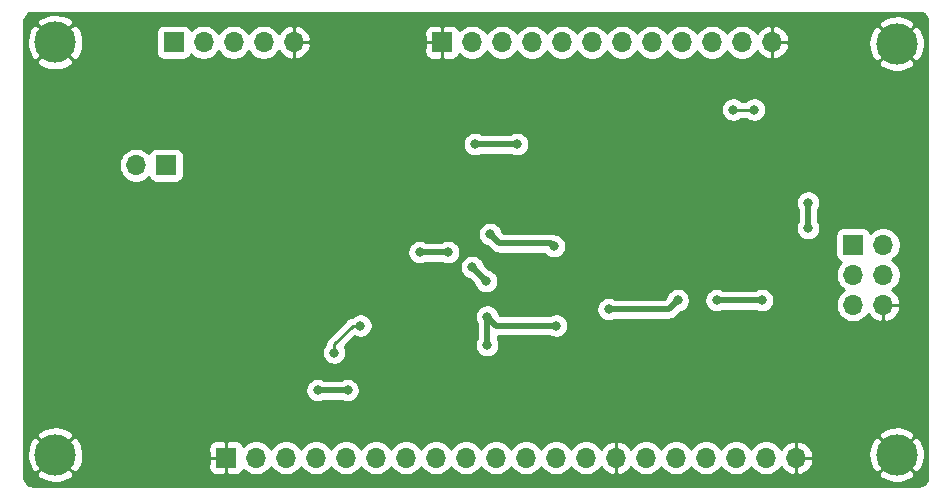
<source format=gbl>
%TF.GenerationSoftware,KiCad,Pcbnew,(5.1.12)-1*%
%TF.CreationDate,2022-04-21T18:08:35-07:00*%
%TF.ProjectId,ATMega809 Breakout,41544d65-6761-4383-9039-20427265616b,rev?*%
%TF.SameCoordinates,Original*%
%TF.FileFunction,Copper,L2,Bot*%
%TF.FilePolarity,Positive*%
%FSLAX46Y46*%
G04 Gerber Fmt 4.6, Leading zero omitted, Abs format (unit mm)*
G04 Created by KiCad (PCBNEW (5.1.12)-1) date 2022-04-21 18:08:35*
%MOMM*%
%LPD*%
G01*
G04 APERTURE LIST*
%TA.AperFunction,ComponentPad*%
%ADD10O,1.700000X1.700000*%
%TD*%
%TA.AperFunction,ComponentPad*%
%ADD11R,1.700000X1.700000*%
%TD*%
%TA.AperFunction,ComponentPad*%
%ADD12C,3.500000*%
%TD*%
%TA.AperFunction,ViaPad*%
%ADD13C,0.800000*%
%TD*%
%TA.AperFunction,Conductor*%
%ADD14C,0.500000*%
%TD*%
%TA.AperFunction,Conductor*%
%ADD15C,0.250000*%
%TD*%
%TA.AperFunction,Conductor*%
%ADD16C,0.254000*%
%TD*%
%TA.AperFunction,Conductor*%
%ADD17C,0.100000*%
%TD*%
G04 APERTURE END LIST*
D10*
%TO.P,J4,12*%
%TO.N,GND*%
X164338000Y-35560000D03*
%TO.P,J4,11*%
%TO.N,/TX*%
X161798000Y-35560000D03*
%TO.P,J4,10*%
%TO.N,/RX*%
X159258000Y-35560000D03*
%TO.P,J4,9*%
%TO.N,/D2*%
X156718000Y-35560000D03*
%TO.P,J4,8*%
%TO.N,/D3*%
X154178000Y-35560000D03*
%TO.P,J4,7*%
%TO.N,/D4*%
X151638000Y-35560000D03*
%TO.P,J4,6*%
%TO.N,/D5*%
X149098000Y-35560000D03*
%TO.P,J4,5*%
%TO.N,/TX3*%
X146558000Y-35560000D03*
%TO.P,J4,4*%
%TO.N,/RX3*%
X144018000Y-35560000D03*
%TO.P,J4,3*%
%TO.N,/D8*%
X141478000Y-35560000D03*
%TO.P,J4,2*%
%TO.N,/D9*%
X138938000Y-35560000D03*
D11*
%TO.P,J4,1*%
%TO.N,GND*%
X136398000Y-35560000D03*
%TD*%
D10*
%TO.P,J3,20*%
%TO.N,GND*%
X166370000Y-70739000D03*
%TO.P,J3,19*%
%TO.N,RESET_L*%
X163830000Y-70739000D03*
%TO.P,J3,18*%
%TO.N,/D23*%
X161290000Y-70739000D03*
%TO.P,J3,17*%
%TO.N,/D22*%
X158750000Y-70739000D03*
%TO.P,J3,16*%
%TO.N,/D21*%
X156210000Y-70739000D03*
%TO.P,J3,15*%
%TO.N,/D20*%
X153670000Y-70739000D03*
%TO.P,J3,14*%
%TO.N,GND*%
X151130000Y-70739000D03*
%TO.P,J3,13*%
%TO.N,/SS*%
X148590000Y-70739000D03*
%TO.P,J3,12*%
%TO.N,/SCK*%
X146050000Y-70739000D03*
%TO.P,J3,11*%
%TO.N,/MISO*%
X143510000Y-70739000D03*
%TO.P,J3,10*%
%TO.N,/MOSI*%
X140970000Y-70739000D03*
%TO.P,J3,9*%
%TO.N,/D15*%
X138430000Y-70739000D03*
%TO.P,J3,8*%
%TO.N,/D14*%
X135890000Y-70739000D03*
%TO.P,J3,7*%
%TO.N,/D13*%
X133350000Y-70739000D03*
%TO.P,J3,6*%
%TO.N,/A2*%
X130810000Y-70739000D03*
%TO.P,J3,5*%
%TO.N,/A1*%
X128270000Y-70739000D03*
%TO.P,J3,4*%
%TO.N,/A0*%
X125730000Y-70739000D03*
%TO.P,J3,3*%
%TO.N,/SCL*%
X123190000Y-70739000D03*
%TO.P,J3,2*%
%TO.N,/SDA*%
X120650000Y-70739000D03*
D11*
%TO.P,J3,1*%
%TO.N,GND*%
X118110000Y-70739000D03*
%TD*%
D10*
%TO.P,J2,5*%
%TO.N,GND*%
X123825000Y-35560000D03*
%TO.P,J2,4*%
%TO.N,/VREF*%
X121285000Y-35560000D03*
%TO.P,J2,3*%
%TO.N,VDD*%
X118745000Y-35560000D03*
%TO.P,J2,2*%
%TO.N,VBUS*%
X116205000Y-35560000D03*
D11*
%TO.P,J2,1*%
%TO.N,VIN*%
X113665000Y-35560000D03*
%TD*%
D12*
%TO.P,H4,1*%
%TO.N,GND*%
X103632000Y-35560000D03*
%TD*%
%TO.P,H3,1*%
%TO.N,GND*%
X103632000Y-70485000D03*
%TD*%
%TO.P,H2,1*%
%TO.N,GND*%
X174879000Y-70485000D03*
%TD*%
%TO.P,H1,1*%
%TO.N,GND*%
X174879000Y-35687000D03*
%TD*%
D10*
%TO.P,J5,6*%
%TO.N,GND*%
X173736000Y-57785000D03*
%TO.P,J5,5*%
%TO.N,/TX*%
X171196000Y-57785000D03*
%TO.P,J5,4*%
%TO.N,/RX*%
X173736000Y-55245000D03*
%TO.P,J5,3*%
%TO.N,Net-(J5-Pad3)*%
X171196000Y-55245000D03*
%TO.P,J5,2*%
%TO.N,VDD*%
X173736000Y-52705000D03*
D11*
%TO.P,J5,1*%
%TO.N,UPDI*%
X171196000Y-52705000D03*
%TD*%
D10*
%TO.P,JP1,2*%
%TO.N,/3V3SELECT*%
X110490000Y-45974000D03*
D11*
%TO.P,JP1,1*%
%TO.N,VIN*%
X113030000Y-45974000D03*
%TD*%
D13*
%TO.N,GND*%
X111252000Y-50038000D03*
X120777000Y-42164000D03*
X151511000Y-53594000D03*
X125095000Y-57531000D03*
X145796000Y-46101000D03*
X146177000Y-57785000D03*
X163830000Y-43180000D03*
X138176000Y-58801000D03*
X156845000Y-54737000D03*
X139446000Y-39751000D03*
X108966000Y-59817000D03*
X108966000Y-67056000D03*
X102997000Y-58293000D03*
X159512000Y-65278000D03*
X152146000Y-64516000D03*
X107315000Y-38354000D03*
X111887000Y-53975000D03*
X148336000Y-56261000D03*
X162179000Y-45466000D03*
X105918000Y-55245000D03*
X126111000Y-41910000D03*
X129921000Y-48387000D03*
X134239000Y-45339000D03*
X131826000Y-40386000D03*
X148336000Y-61595000D03*
X135509000Y-57150000D03*
X164084000Y-51816000D03*
X175133000Y-61595000D03*
X166624000Y-66929000D03*
X174117000Y-40767000D03*
%TO.N,VDD*%
X125857000Y-65024000D03*
X128397000Y-65024000D03*
X134493000Y-53340000D03*
X136906000Y-53340000D03*
X140208000Y-61214000D03*
X139181000Y-44196000D03*
X146050000Y-59563000D03*
X156350000Y-57404000D03*
X159639000Y-57404000D03*
X142748000Y-44196000D03*
X138938000Y-54610000D03*
X140121008Y-55793008D03*
X140208000Y-58801000D03*
X163474400Y-57404000D03*
X167386000Y-49136000D03*
X167383544Y-51308409D03*
X150495000Y-58166000D03*
%TO.N,/VREF*%
X140462000Y-51816000D03*
X145859500Y-52832000D03*
%TO.N,/RX*%
X162814000Y-41275000D03*
X161036000Y-41275000D03*
%TO.N,VBUS*%
X127254000Y-61849000D03*
X129489200Y-59563000D03*
%TD*%
D14*
%TO.N,VDD*%
X125857000Y-65024000D02*
X128397000Y-65024000D01*
X134493000Y-53340000D02*
X136906000Y-53340000D01*
X156350523Y-57403477D02*
X156350000Y-57404000D01*
X156463477Y-57403477D02*
X156350523Y-57403477D01*
X159638477Y-57403477D02*
X159639000Y-57404000D01*
X159511477Y-57403477D02*
X159638477Y-57403477D01*
X138938000Y-54610000D02*
X140121008Y-55793008D01*
X146050000Y-59563000D02*
X140970000Y-59563000D01*
X140208000Y-58801000D02*
X140970000Y-59563000D01*
X140208000Y-61214000D02*
X140208000Y-58801000D01*
X139181000Y-44196000D02*
X142748000Y-44196000D01*
X163474400Y-57404000D02*
X159639000Y-57404000D01*
X167383544Y-49138456D02*
X167386000Y-49136000D01*
X167383544Y-51308409D02*
X167383544Y-49138456D01*
X155588000Y-58166000D02*
X156350000Y-57404000D01*
X150495000Y-58166000D02*
X155588000Y-58166000D01*
%TO.N,/VREF*%
X145605500Y-52578000D02*
X145859500Y-52832000D01*
X141224000Y-52578000D02*
X145605500Y-52578000D01*
X140462000Y-51816000D02*
X141224000Y-52578000D01*
D15*
%TO.N,/RX*%
X162814000Y-41275000D02*
X161036000Y-41275000D01*
%TO.N,VBUS*%
X129489200Y-59563000D02*
X128828800Y-59563000D01*
X127254000Y-61137800D02*
X127254000Y-61849000D01*
X128828800Y-59563000D02*
X127254000Y-61137800D01*
%TD*%
D16*
%TO.N,GND*%
X176921660Y-33086783D02*
X177054069Y-33126760D01*
X177176194Y-33191695D01*
X177283386Y-33279118D01*
X177371553Y-33385694D01*
X177437339Y-33507362D01*
X177478239Y-33639492D01*
X177496000Y-33808474D01*
X177496001Y-72356484D01*
X177479217Y-72527659D01*
X177439240Y-72660070D01*
X177374304Y-72782196D01*
X177286882Y-72889386D01*
X177180311Y-72977549D01*
X177058636Y-73043339D01*
X176926511Y-73084239D01*
X176757527Y-73102000D01*
X101760506Y-73102000D01*
X101589341Y-73085217D01*
X101456930Y-73045240D01*
X101334804Y-72980304D01*
X101227614Y-72892882D01*
X101139451Y-72786311D01*
X101073661Y-72664636D01*
X101032761Y-72532511D01*
X101015000Y-72363527D01*
X101015000Y-72067710D01*
X102049997Y-72067710D01*
X102223754Y-72424135D01*
X102629119Y-72661610D01*
X103073025Y-72815440D01*
X103538412Y-72879712D01*
X104007395Y-72851957D01*
X104461952Y-72733240D01*
X104884614Y-72528124D01*
X105040246Y-72424135D01*
X105214003Y-72067710D01*
X103632000Y-70485707D01*
X102049997Y-72067710D01*
X101015000Y-72067710D01*
X101015000Y-70391412D01*
X101237288Y-70391412D01*
X101265043Y-70860395D01*
X101383760Y-71314952D01*
X101588876Y-71737614D01*
X101692865Y-71893246D01*
X102049290Y-72067003D01*
X103631293Y-70485000D01*
X103632707Y-70485000D01*
X105214710Y-72067003D01*
X105571135Y-71893246D01*
X105749371Y-71589000D01*
X116621928Y-71589000D01*
X116634188Y-71713482D01*
X116670498Y-71833180D01*
X116729463Y-71943494D01*
X116808815Y-72040185D01*
X116905506Y-72119537D01*
X117015820Y-72178502D01*
X117135518Y-72214812D01*
X117260000Y-72227072D01*
X117950750Y-72224000D01*
X118109500Y-72065250D01*
X118109500Y-70739500D01*
X116783750Y-70739500D01*
X116625000Y-70898250D01*
X116621928Y-71589000D01*
X105749371Y-71589000D01*
X105808610Y-71487881D01*
X105962440Y-71043975D01*
X106026712Y-70578588D01*
X105998957Y-70109605D01*
X105941342Y-69889000D01*
X116621928Y-69889000D01*
X116625000Y-70579750D01*
X116783750Y-70738500D01*
X118109500Y-70738500D01*
X118109500Y-69412750D01*
X118110500Y-69412750D01*
X118110500Y-70738500D01*
X118130500Y-70738500D01*
X118130500Y-70739500D01*
X118110500Y-70739500D01*
X118110500Y-72065250D01*
X118269250Y-72224000D01*
X118960000Y-72227072D01*
X119084482Y-72214812D01*
X119204180Y-72178502D01*
X119314494Y-72119537D01*
X119411185Y-72040185D01*
X119490537Y-71943494D01*
X119549502Y-71833180D01*
X119571513Y-71760620D01*
X119703368Y-71892475D01*
X119946589Y-72054990D01*
X120216842Y-72166932D01*
X120503740Y-72224000D01*
X120796260Y-72224000D01*
X121083158Y-72166932D01*
X121353411Y-72054990D01*
X121596632Y-71892475D01*
X121803475Y-71685632D01*
X121920000Y-71511240D01*
X122036525Y-71685632D01*
X122243368Y-71892475D01*
X122486589Y-72054990D01*
X122756842Y-72166932D01*
X123043740Y-72224000D01*
X123336260Y-72224000D01*
X123623158Y-72166932D01*
X123893411Y-72054990D01*
X124136632Y-71892475D01*
X124343475Y-71685632D01*
X124460000Y-71511240D01*
X124576525Y-71685632D01*
X124783368Y-71892475D01*
X125026589Y-72054990D01*
X125296842Y-72166932D01*
X125583740Y-72224000D01*
X125876260Y-72224000D01*
X126163158Y-72166932D01*
X126433411Y-72054990D01*
X126676632Y-71892475D01*
X126883475Y-71685632D01*
X127000000Y-71511240D01*
X127116525Y-71685632D01*
X127323368Y-71892475D01*
X127566589Y-72054990D01*
X127836842Y-72166932D01*
X128123740Y-72224000D01*
X128416260Y-72224000D01*
X128703158Y-72166932D01*
X128973411Y-72054990D01*
X129216632Y-71892475D01*
X129423475Y-71685632D01*
X129540000Y-71511240D01*
X129656525Y-71685632D01*
X129863368Y-71892475D01*
X130106589Y-72054990D01*
X130376842Y-72166932D01*
X130663740Y-72224000D01*
X130956260Y-72224000D01*
X131243158Y-72166932D01*
X131513411Y-72054990D01*
X131756632Y-71892475D01*
X131963475Y-71685632D01*
X132080000Y-71511240D01*
X132196525Y-71685632D01*
X132403368Y-71892475D01*
X132646589Y-72054990D01*
X132916842Y-72166932D01*
X133203740Y-72224000D01*
X133496260Y-72224000D01*
X133783158Y-72166932D01*
X134053411Y-72054990D01*
X134296632Y-71892475D01*
X134503475Y-71685632D01*
X134620000Y-71511240D01*
X134736525Y-71685632D01*
X134943368Y-71892475D01*
X135186589Y-72054990D01*
X135456842Y-72166932D01*
X135743740Y-72224000D01*
X136036260Y-72224000D01*
X136323158Y-72166932D01*
X136593411Y-72054990D01*
X136836632Y-71892475D01*
X137043475Y-71685632D01*
X137160000Y-71511240D01*
X137276525Y-71685632D01*
X137483368Y-71892475D01*
X137726589Y-72054990D01*
X137996842Y-72166932D01*
X138283740Y-72224000D01*
X138576260Y-72224000D01*
X138863158Y-72166932D01*
X139133411Y-72054990D01*
X139376632Y-71892475D01*
X139583475Y-71685632D01*
X139700000Y-71511240D01*
X139816525Y-71685632D01*
X140023368Y-71892475D01*
X140266589Y-72054990D01*
X140536842Y-72166932D01*
X140823740Y-72224000D01*
X141116260Y-72224000D01*
X141403158Y-72166932D01*
X141673411Y-72054990D01*
X141916632Y-71892475D01*
X142123475Y-71685632D01*
X142240000Y-71511240D01*
X142356525Y-71685632D01*
X142563368Y-71892475D01*
X142806589Y-72054990D01*
X143076842Y-72166932D01*
X143363740Y-72224000D01*
X143656260Y-72224000D01*
X143943158Y-72166932D01*
X144213411Y-72054990D01*
X144456632Y-71892475D01*
X144663475Y-71685632D01*
X144780000Y-71511240D01*
X144896525Y-71685632D01*
X145103368Y-71892475D01*
X145346589Y-72054990D01*
X145616842Y-72166932D01*
X145903740Y-72224000D01*
X146196260Y-72224000D01*
X146483158Y-72166932D01*
X146753411Y-72054990D01*
X146996632Y-71892475D01*
X147203475Y-71685632D01*
X147320000Y-71511240D01*
X147436525Y-71685632D01*
X147643368Y-71892475D01*
X147886589Y-72054990D01*
X148156842Y-72166932D01*
X148443740Y-72224000D01*
X148736260Y-72224000D01*
X149023158Y-72166932D01*
X149293411Y-72054990D01*
X149536632Y-71892475D01*
X149743475Y-71685632D01*
X149861218Y-71509418D01*
X149864091Y-71515337D01*
X150039871Y-71747386D01*
X150257544Y-71940684D01*
X150508745Y-72087802D01*
X150783820Y-72183086D01*
X150897201Y-72205639D01*
X151129500Y-72065250D01*
X151129500Y-70739500D01*
X151109500Y-70739500D01*
X151109500Y-70738500D01*
X151129500Y-70738500D01*
X151129500Y-69412750D01*
X151130500Y-69412750D01*
X151130500Y-70738500D01*
X151150500Y-70738500D01*
X151150500Y-70739500D01*
X151130500Y-70739500D01*
X151130500Y-72065250D01*
X151362799Y-72205639D01*
X151476180Y-72183086D01*
X151751255Y-72087802D01*
X152002456Y-71940684D01*
X152220129Y-71747386D01*
X152395909Y-71515337D01*
X152398782Y-71509418D01*
X152516525Y-71685632D01*
X152723368Y-71892475D01*
X152966589Y-72054990D01*
X153236842Y-72166932D01*
X153523740Y-72224000D01*
X153816260Y-72224000D01*
X154103158Y-72166932D01*
X154373411Y-72054990D01*
X154616632Y-71892475D01*
X154823475Y-71685632D01*
X154940000Y-71511240D01*
X155056525Y-71685632D01*
X155263368Y-71892475D01*
X155506589Y-72054990D01*
X155776842Y-72166932D01*
X156063740Y-72224000D01*
X156356260Y-72224000D01*
X156643158Y-72166932D01*
X156913411Y-72054990D01*
X157156632Y-71892475D01*
X157363475Y-71685632D01*
X157480000Y-71511240D01*
X157596525Y-71685632D01*
X157803368Y-71892475D01*
X158046589Y-72054990D01*
X158316842Y-72166932D01*
X158603740Y-72224000D01*
X158896260Y-72224000D01*
X159183158Y-72166932D01*
X159453411Y-72054990D01*
X159696632Y-71892475D01*
X159903475Y-71685632D01*
X160020000Y-71511240D01*
X160136525Y-71685632D01*
X160343368Y-71892475D01*
X160586589Y-72054990D01*
X160856842Y-72166932D01*
X161143740Y-72224000D01*
X161436260Y-72224000D01*
X161723158Y-72166932D01*
X161993411Y-72054990D01*
X162236632Y-71892475D01*
X162443475Y-71685632D01*
X162560000Y-71511240D01*
X162676525Y-71685632D01*
X162883368Y-71892475D01*
X163126589Y-72054990D01*
X163396842Y-72166932D01*
X163683740Y-72224000D01*
X163976260Y-72224000D01*
X164263158Y-72166932D01*
X164533411Y-72054990D01*
X164776632Y-71892475D01*
X164983475Y-71685632D01*
X165101218Y-71509418D01*
X165104091Y-71515337D01*
X165279871Y-71747386D01*
X165497544Y-71940684D01*
X165748745Y-72087802D01*
X166023820Y-72183086D01*
X166137201Y-72205639D01*
X166369500Y-72065250D01*
X166369500Y-70739500D01*
X166370500Y-70739500D01*
X166370500Y-72065250D01*
X166602799Y-72205639D01*
X166716180Y-72183086D01*
X166991255Y-72087802D01*
X167025561Y-72067710D01*
X173296997Y-72067710D01*
X173470754Y-72424135D01*
X173876119Y-72661610D01*
X174320025Y-72815440D01*
X174785412Y-72879712D01*
X175254395Y-72851957D01*
X175708952Y-72733240D01*
X176131614Y-72528124D01*
X176287246Y-72424135D01*
X176461003Y-72067710D01*
X174879000Y-70485707D01*
X173296997Y-72067710D01*
X167025561Y-72067710D01*
X167242456Y-71940684D01*
X167460129Y-71747386D01*
X167635909Y-71515337D01*
X167763041Y-71253453D01*
X167836639Y-70971799D01*
X167696250Y-70739500D01*
X166370500Y-70739500D01*
X166369500Y-70739500D01*
X166349500Y-70739500D01*
X166349500Y-70738500D01*
X166369500Y-70738500D01*
X166369500Y-69412750D01*
X166370500Y-69412750D01*
X166370500Y-70738500D01*
X167696250Y-70738500D01*
X167836639Y-70506201D01*
X167806644Y-70391412D01*
X172484288Y-70391412D01*
X172512043Y-70860395D01*
X172630760Y-71314952D01*
X172835876Y-71737614D01*
X172939865Y-71893246D01*
X173296290Y-72067003D01*
X174878293Y-70485000D01*
X174879707Y-70485000D01*
X176461710Y-72067003D01*
X176818135Y-71893246D01*
X177055610Y-71487881D01*
X177209440Y-71043975D01*
X177273712Y-70578588D01*
X177245957Y-70109605D01*
X177127240Y-69655048D01*
X176922124Y-69232386D01*
X176818135Y-69076754D01*
X176461710Y-68902997D01*
X174879707Y-70485000D01*
X174878293Y-70485000D01*
X173296290Y-68902997D01*
X172939865Y-69076754D01*
X172702390Y-69482119D01*
X172548560Y-69926025D01*
X172484288Y-70391412D01*
X167806644Y-70391412D01*
X167763041Y-70224547D01*
X167635909Y-69962663D01*
X167460129Y-69730614D01*
X167242456Y-69537316D01*
X166991255Y-69390198D01*
X166716180Y-69294914D01*
X166602799Y-69272361D01*
X166370500Y-69412750D01*
X166369500Y-69412750D01*
X166137201Y-69272361D01*
X166023820Y-69294914D01*
X165748745Y-69390198D01*
X165497544Y-69537316D01*
X165279871Y-69730614D01*
X165104091Y-69962663D01*
X165101218Y-69968582D01*
X164983475Y-69792368D01*
X164776632Y-69585525D01*
X164533411Y-69423010D01*
X164263158Y-69311068D01*
X163976260Y-69254000D01*
X163683740Y-69254000D01*
X163396842Y-69311068D01*
X163126589Y-69423010D01*
X162883368Y-69585525D01*
X162676525Y-69792368D01*
X162560000Y-69966760D01*
X162443475Y-69792368D01*
X162236632Y-69585525D01*
X161993411Y-69423010D01*
X161723158Y-69311068D01*
X161436260Y-69254000D01*
X161143740Y-69254000D01*
X160856842Y-69311068D01*
X160586589Y-69423010D01*
X160343368Y-69585525D01*
X160136525Y-69792368D01*
X160020000Y-69966760D01*
X159903475Y-69792368D01*
X159696632Y-69585525D01*
X159453411Y-69423010D01*
X159183158Y-69311068D01*
X158896260Y-69254000D01*
X158603740Y-69254000D01*
X158316842Y-69311068D01*
X158046589Y-69423010D01*
X157803368Y-69585525D01*
X157596525Y-69792368D01*
X157480000Y-69966760D01*
X157363475Y-69792368D01*
X157156632Y-69585525D01*
X156913411Y-69423010D01*
X156643158Y-69311068D01*
X156356260Y-69254000D01*
X156063740Y-69254000D01*
X155776842Y-69311068D01*
X155506589Y-69423010D01*
X155263368Y-69585525D01*
X155056525Y-69792368D01*
X154940000Y-69966760D01*
X154823475Y-69792368D01*
X154616632Y-69585525D01*
X154373411Y-69423010D01*
X154103158Y-69311068D01*
X153816260Y-69254000D01*
X153523740Y-69254000D01*
X153236842Y-69311068D01*
X152966589Y-69423010D01*
X152723368Y-69585525D01*
X152516525Y-69792368D01*
X152398782Y-69968582D01*
X152395909Y-69962663D01*
X152220129Y-69730614D01*
X152002456Y-69537316D01*
X151751255Y-69390198D01*
X151476180Y-69294914D01*
X151362799Y-69272361D01*
X151130500Y-69412750D01*
X151129500Y-69412750D01*
X150897201Y-69272361D01*
X150783820Y-69294914D01*
X150508745Y-69390198D01*
X150257544Y-69537316D01*
X150039871Y-69730614D01*
X149864091Y-69962663D01*
X149861218Y-69968582D01*
X149743475Y-69792368D01*
X149536632Y-69585525D01*
X149293411Y-69423010D01*
X149023158Y-69311068D01*
X148736260Y-69254000D01*
X148443740Y-69254000D01*
X148156842Y-69311068D01*
X147886589Y-69423010D01*
X147643368Y-69585525D01*
X147436525Y-69792368D01*
X147320000Y-69966760D01*
X147203475Y-69792368D01*
X146996632Y-69585525D01*
X146753411Y-69423010D01*
X146483158Y-69311068D01*
X146196260Y-69254000D01*
X145903740Y-69254000D01*
X145616842Y-69311068D01*
X145346589Y-69423010D01*
X145103368Y-69585525D01*
X144896525Y-69792368D01*
X144780000Y-69966760D01*
X144663475Y-69792368D01*
X144456632Y-69585525D01*
X144213411Y-69423010D01*
X143943158Y-69311068D01*
X143656260Y-69254000D01*
X143363740Y-69254000D01*
X143076842Y-69311068D01*
X142806589Y-69423010D01*
X142563368Y-69585525D01*
X142356525Y-69792368D01*
X142240000Y-69966760D01*
X142123475Y-69792368D01*
X141916632Y-69585525D01*
X141673411Y-69423010D01*
X141403158Y-69311068D01*
X141116260Y-69254000D01*
X140823740Y-69254000D01*
X140536842Y-69311068D01*
X140266589Y-69423010D01*
X140023368Y-69585525D01*
X139816525Y-69792368D01*
X139700000Y-69966760D01*
X139583475Y-69792368D01*
X139376632Y-69585525D01*
X139133411Y-69423010D01*
X138863158Y-69311068D01*
X138576260Y-69254000D01*
X138283740Y-69254000D01*
X137996842Y-69311068D01*
X137726589Y-69423010D01*
X137483368Y-69585525D01*
X137276525Y-69792368D01*
X137160000Y-69966760D01*
X137043475Y-69792368D01*
X136836632Y-69585525D01*
X136593411Y-69423010D01*
X136323158Y-69311068D01*
X136036260Y-69254000D01*
X135743740Y-69254000D01*
X135456842Y-69311068D01*
X135186589Y-69423010D01*
X134943368Y-69585525D01*
X134736525Y-69792368D01*
X134620000Y-69966760D01*
X134503475Y-69792368D01*
X134296632Y-69585525D01*
X134053411Y-69423010D01*
X133783158Y-69311068D01*
X133496260Y-69254000D01*
X133203740Y-69254000D01*
X132916842Y-69311068D01*
X132646589Y-69423010D01*
X132403368Y-69585525D01*
X132196525Y-69792368D01*
X132080000Y-69966760D01*
X131963475Y-69792368D01*
X131756632Y-69585525D01*
X131513411Y-69423010D01*
X131243158Y-69311068D01*
X130956260Y-69254000D01*
X130663740Y-69254000D01*
X130376842Y-69311068D01*
X130106589Y-69423010D01*
X129863368Y-69585525D01*
X129656525Y-69792368D01*
X129540000Y-69966760D01*
X129423475Y-69792368D01*
X129216632Y-69585525D01*
X128973411Y-69423010D01*
X128703158Y-69311068D01*
X128416260Y-69254000D01*
X128123740Y-69254000D01*
X127836842Y-69311068D01*
X127566589Y-69423010D01*
X127323368Y-69585525D01*
X127116525Y-69792368D01*
X127000000Y-69966760D01*
X126883475Y-69792368D01*
X126676632Y-69585525D01*
X126433411Y-69423010D01*
X126163158Y-69311068D01*
X125876260Y-69254000D01*
X125583740Y-69254000D01*
X125296842Y-69311068D01*
X125026589Y-69423010D01*
X124783368Y-69585525D01*
X124576525Y-69792368D01*
X124460000Y-69966760D01*
X124343475Y-69792368D01*
X124136632Y-69585525D01*
X123893411Y-69423010D01*
X123623158Y-69311068D01*
X123336260Y-69254000D01*
X123043740Y-69254000D01*
X122756842Y-69311068D01*
X122486589Y-69423010D01*
X122243368Y-69585525D01*
X122036525Y-69792368D01*
X121920000Y-69966760D01*
X121803475Y-69792368D01*
X121596632Y-69585525D01*
X121353411Y-69423010D01*
X121083158Y-69311068D01*
X120796260Y-69254000D01*
X120503740Y-69254000D01*
X120216842Y-69311068D01*
X119946589Y-69423010D01*
X119703368Y-69585525D01*
X119571513Y-69717380D01*
X119549502Y-69644820D01*
X119490537Y-69534506D01*
X119411185Y-69437815D01*
X119314494Y-69358463D01*
X119204180Y-69299498D01*
X119084482Y-69263188D01*
X118960000Y-69250928D01*
X118269250Y-69254000D01*
X118110500Y-69412750D01*
X118109500Y-69412750D01*
X117950750Y-69254000D01*
X117260000Y-69250928D01*
X117135518Y-69263188D01*
X117015820Y-69299498D01*
X116905506Y-69358463D01*
X116808815Y-69437815D01*
X116729463Y-69534506D01*
X116670498Y-69644820D01*
X116634188Y-69764518D01*
X116621928Y-69889000D01*
X105941342Y-69889000D01*
X105880240Y-69655048D01*
X105675124Y-69232386D01*
X105571135Y-69076754D01*
X105214710Y-68902997D01*
X103632707Y-70485000D01*
X103631293Y-70485000D01*
X102049290Y-68902997D01*
X101692865Y-69076754D01*
X101455390Y-69482119D01*
X101301560Y-69926025D01*
X101237288Y-70391412D01*
X101015000Y-70391412D01*
X101015000Y-68902290D01*
X102049997Y-68902290D01*
X103632000Y-70484293D01*
X105214003Y-68902290D01*
X173296997Y-68902290D01*
X174879000Y-70484293D01*
X176461003Y-68902290D01*
X176287246Y-68545865D01*
X175881881Y-68308390D01*
X175437975Y-68154560D01*
X174972588Y-68090288D01*
X174503605Y-68118043D01*
X174049048Y-68236760D01*
X173626386Y-68441876D01*
X173470754Y-68545865D01*
X173296997Y-68902290D01*
X105214003Y-68902290D01*
X105040246Y-68545865D01*
X104634881Y-68308390D01*
X104190975Y-68154560D01*
X103725588Y-68090288D01*
X103256605Y-68118043D01*
X102802048Y-68236760D01*
X102379386Y-68441876D01*
X102223754Y-68545865D01*
X102049997Y-68902290D01*
X101015000Y-68902290D01*
X101015000Y-64922061D01*
X124822000Y-64922061D01*
X124822000Y-65125939D01*
X124861774Y-65325898D01*
X124939795Y-65514256D01*
X125053063Y-65683774D01*
X125197226Y-65827937D01*
X125366744Y-65941205D01*
X125555102Y-66019226D01*
X125755061Y-66059000D01*
X125958939Y-66059000D01*
X126158898Y-66019226D01*
X126347256Y-65941205D01*
X126395454Y-65909000D01*
X127858546Y-65909000D01*
X127906744Y-65941205D01*
X128095102Y-66019226D01*
X128295061Y-66059000D01*
X128498939Y-66059000D01*
X128698898Y-66019226D01*
X128887256Y-65941205D01*
X129056774Y-65827937D01*
X129200937Y-65683774D01*
X129314205Y-65514256D01*
X129392226Y-65325898D01*
X129432000Y-65125939D01*
X129432000Y-64922061D01*
X129392226Y-64722102D01*
X129314205Y-64533744D01*
X129200937Y-64364226D01*
X129056774Y-64220063D01*
X128887256Y-64106795D01*
X128698898Y-64028774D01*
X128498939Y-63989000D01*
X128295061Y-63989000D01*
X128095102Y-64028774D01*
X127906744Y-64106795D01*
X127858546Y-64139000D01*
X126395454Y-64139000D01*
X126347256Y-64106795D01*
X126158898Y-64028774D01*
X125958939Y-63989000D01*
X125755061Y-63989000D01*
X125555102Y-64028774D01*
X125366744Y-64106795D01*
X125197226Y-64220063D01*
X125053063Y-64364226D01*
X124939795Y-64533744D01*
X124861774Y-64722102D01*
X124822000Y-64922061D01*
X101015000Y-64922061D01*
X101015000Y-61747061D01*
X126219000Y-61747061D01*
X126219000Y-61950939D01*
X126258774Y-62150898D01*
X126336795Y-62339256D01*
X126450063Y-62508774D01*
X126594226Y-62652937D01*
X126763744Y-62766205D01*
X126952102Y-62844226D01*
X127152061Y-62884000D01*
X127355939Y-62884000D01*
X127555898Y-62844226D01*
X127744256Y-62766205D01*
X127913774Y-62652937D01*
X128057937Y-62508774D01*
X128171205Y-62339256D01*
X128249226Y-62150898D01*
X128289000Y-61950939D01*
X128289000Y-61747061D01*
X128249226Y-61547102D01*
X128171205Y-61358744D01*
X128145831Y-61320770D01*
X128991422Y-60475179D01*
X128998944Y-60480205D01*
X129187302Y-60558226D01*
X129387261Y-60598000D01*
X129591139Y-60598000D01*
X129791098Y-60558226D01*
X129979456Y-60480205D01*
X130148974Y-60366937D01*
X130293137Y-60222774D01*
X130406405Y-60053256D01*
X130484426Y-59864898D01*
X130524200Y-59664939D01*
X130524200Y-59461061D01*
X130484426Y-59261102D01*
X130406405Y-59072744D01*
X130293137Y-58903226D01*
X130148974Y-58759063D01*
X130059175Y-58699061D01*
X139173000Y-58699061D01*
X139173000Y-58902939D01*
X139212774Y-59102898D01*
X139290795Y-59291256D01*
X139323001Y-59339455D01*
X139323000Y-60675545D01*
X139290795Y-60723744D01*
X139212774Y-60912102D01*
X139173000Y-61112061D01*
X139173000Y-61315939D01*
X139212774Y-61515898D01*
X139290795Y-61704256D01*
X139404063Y-61873774D01*
X139548226Y-62017937D01*
X139717744Y-62131205D01*
X139906102Y-62209226D01*
X140106061Y-62249000D01*
X140309939Y-62249000D01*
X140509898Y-62209226D01*
X140698256Y-62131205D01*
X140867774Y-62017937D01*
X141011937Y-61873774D01*
X141125205Y-61704256D01*
X141203226Y-61515898D01*
X141243000Y-61315939D01*
X141243000Y-61112061D01*
X141203226Y-60912102D01*
X141125205Y-60723744D01*
X141093000Y-60675546D01*
X141093000Y-60448000D01*
X145511546Y-60448000D01*
X145559744Y-60480205D01*
X145748102Y-60558226D01*
X145948061Y-60598000D01*
X146151939Y-60598000D01*
X146351898Y-60558226D01*
X146540256Y-60480205D01*
X146709774Y-60366937D01*
X146853937Y-60222774D01*
X146967205Y-60053256D01*
X147045226Y-59864898D01*
X147085000Y-59664939D01*
X147085000Y-59461061D01*
X147045226Y-59261102D01*
X146967205Y-59072744D01*
X146853937Y-58903226D01*
X146709774Y-58759063D01*
X146540256Y-58645795D01*
X146351898Y-58567774D01*
X146151939Y-58528000D01*
X145948061Y-58528000D01*
X145748102Y-58567774D01*
X145559744Y-58645795D01*
X145511546Y-58678000D01*
X141336579Y-58678000D01*
X141214535Y-58555956D01*
X141203226Y-58499102D01*
X141125205Y-58310744D01*
X141011937Y-58141226D01*
X140934772Y-58064061D01*
X149460000Y-58064061D01*
X149460000Y-58267939D01*
X149499774Y-58467898D01*
X149577795Y-58656256D01*
X149691063Y-58825774D01*
X149835226Y-58969937D01*
X150004744Y-59083205D01*
X150193102Y-59161226D01*
X150393061Y-59201000D01*
X150596939Y-59201000D01*
X150796898Y-59161226D01*
X150985256Y-59083205D01*
X151033454Y-59051000D01*
X155544531Y-59051000D01*
X155588000Y-59055281D01*
X155631469Y-59051000D01*
X155631477Y-59051000D01*
X155761490Y-59038195D01*
X155928313Y-58987589D01*
X156082059Y-58905411D01*
X156216817Y-58794817D01*
X156244534Y-58761044D01*
X156595044Y-58410535D01*
X156651898Y-58399226D01*
X156840256Y-58321205D01*
X157009774Y-58207937D01*
X157153937Y-58063774D01*
X157267205Y-57894256D01*
X157345226Y-57705898D01*
X157385000Y-57505939D01*
X157385000Y-57302061D01*
X158604000Y-57302061D01*
X158604000Y-57505939D01*
X158643774Y-57705898D01*
X158721795Y-57894256D01*
X158835063Y-58063774D01*
X158979226Y-58207937D01*
X159148744Y-58321205D01*
X159337102Y-58399226D01*
X159537061Y-58439000D01*
X159740939Y-58439000D01*
X159940898Y-58399226D01*
X160129256Y-58321205D01*
X160177454Y-58289000D01*
X162935946Y-58289000D01*
X162984144Y-58321205D01*
X163172502Y-58399226D01*
X163372461Y-58439000D01*
X163576339Y-58439000D01*
X163776298Y-58399226D01*
X163964656Y-58321205D01*
X164134174Y-58207937D01*
X164278337Y-58063774D01*
X164391605Y-57894256D01*
X164469626Y-57705898D01*
X164509400Y-57505939D01*
X164509400Y-57302061D01*
X164469626Y-57102102D01*
X164391605Y-56913744D01*
X164278337Y-56744226D01*
X164134174Y-56600063D01*
X163964656Y-56486795D01*
X163776298Y-56408774D01*
X163576339Y-56369000D01*
X163372461Y-56369000D01*
X163172502Y-56408774D01*
X162984144Y-56486795D01*
X162935946Y-56519000D01*
X160177454Y-56519000D01*
X160129256Y-56486795D01*
X159940898Y-56408774D01*
X159740939Y-56369000D01*
X159537061Y-56369000D01*
X159337102Y-56408774D01*
X159148744Y-56486795D01*
X158979226Y-56600063D01*
X158835063Y-56744226D01*
X158721795Y-56913744D01*
X158643774Y-57102102D01*
X158604000Y-57302061D01*
X157385000Y-57302061D01*
X157345226Y-57102102D01*
X157267205Y-56913744D01*
X157153937Y-56744226D01*
X157009774Y-56600063D01*
X156840256Y-56486795D01*
X156651898Y-56408774D01*
X156451939Y-56369000D01*
X156248061Y-56369000D01*
X156048102Y-56408774D01*
X155859744Y-56486795D01*
X155690226Y-56600063D01*
X155546063Y-56744226D01*
X155432795Y-56913744D01*
X155354774Y-57102102D01*
X155343465Y-57158956D01*
X155221422Y-57281000D01*
X151033454Y-57281000D01*
X150985256Y-57248795D01*
X150796898Y-57170774D01*
X150596939Y-57131000D01*
X150393061Y-57131000D01*
X150193102Y-57170774D01*
X150004744Y-57248795D01*
X149835226Y-57362063D01*
X149691063Y-57506226D01*
X149577795Y-57675744D01*
X149499774Y-57864102D01*
X149460000Y-58064061D01*
X140934772Y-58064061D01*
X140867774Y-57997063D01*
X140698256Y-57883795D01*
X140509898Y-57805774D01*
X140309939Y-57766000D01*
X140106061Y-57766000D01*
X139906102Y-57805774D01*
X139717744Y-57883795D01*
X139548226Y-57997063D01*
X139404063Y-58141226D01*
X139290795Y-58310744D01*
X139212774Y-58499102D01*
X139173000Y-58699061D01*
X130059175Y-58699061D01*
X129979456Y-58645795D01*
X129791098Y-58567774D01*
X129591139Y-58528000D01*
X129387261Y-58528000D01*
X129187302Y-58567774D01*
X128998944Y-58645795D01*
X128829426Y-58759063D01*
X128784836Y-58803653D01*
X128679814Y-58813997D01*
X128536553Y-58857454D01*
X128404524Y-58928026D01*
X128288799Y-59022999D01*
X128265001Y-59051997D01*
X126743003Y-60573996D01*
X126713999Y-60597799D01*
X126658871Y-60664974D01*
X126619026Y-60713524D01*
X126565320Y-60814000D01*
X126548454Y-60845554D01*
X126504997Y-60988815D01*
X126494000Y-61100468D01*
X126494000Y-61100478D01*
X126490324Y-61137800D01*
X126491325Y-61147964D01*
X126450063Y-61189226D01*
X126336795Y-61358744D01*
X126258774Y-61547102D01*
X126219000Y-61747061D01*
X101015000Y-61747061D01*
X101015000Y-54508061D01*
X137903000Y-54508061D01*
X137903000Y-54711939D01*
X137942774Y-54911898D01*
X138020795Y-55100256D01*
X138134063Y-55269774D01*
X138278226Y-55413937D01*
X138447744Y-55527205D01*
X138636102Y-55605226D01*
X138692957Y-55616535D01*
X139114473Y-56038052D01*
X139125782Y-56094906D01*
X139203803Y-56283264D01*
X139317071Y-56452782D01*
X139461234Y-56596945D01*
X139630752Y-56710213D01*
X139819110Y-56788234D01*
X140019069Y-56828008D01*
X140222947Y-56828008D01*
X140422906Y-56788234D01*
X140611264Y-56710213D01*
X140780782Y-56596945D01*
X140924945Y-56452782D01*
X141038213Y-56283264D01*
X141116234Y-56094906D01*
X141156008Y-55894947D01*
X141156008Y-55691069D01*
X141116234Y-55491110D01*
X141038213Y-55302752D01*
X140924945Y-55133234D01*
X140780782Y-54989071D01*
X140611264Y-54875803D01*
X140422906Y-54797782D01*
X140366052Y-54786473D01*
X139944535Y-54364957D01*
X139933226Y-54308102D01*
X139855205Y-54119744D01*
X139741937Y-53950226D01*
X139597774Y-53806063D01*
X139428256Y-53692795D01*
X139239898Y-53614774D01*
X139039939Y-53575000D01*
X138836061Y-53575000D01*
X138636102Y-53614774D01*
X138447744Y-53692795D01*
X138278226Y-53806063D01*
X138134063Y-53950226D01*
X138020795Y-54119744D01*
X137942774Y-54308102D01*
X137903000Y-54508061D01*
X101015000Y-54508061D01*
X101015000Y-53238061D01*
X133458000Y-53238061D01*
X133458000Y-53441939D01*
X133497774Y-53641898D01*
X133575795Y-53830256D01*
X133689063Y-53999774D01*
X133833226Y-54143937D01*
X134002744Y-54257205D01*
X134191102Y-54335226D01*
X134391061Y-54375000D01*
X134594939Y-54375000D01*
X134794898Y-54335226D01*
X134983256Y-54257205D01*
X135031454Y-54225000D01*
X136367546Y-54225000D01*
X136415744Y-54257205D01*
X136604102Y-54335226D01*
X136804061Y-54375000D01*
X137007939Y-54375000D01*
X137207898Y-54335226D01*
X137396256Y-54257205D01*
X137565774Y-54143937D01*
X137709937Y-53999774D01*
X137823205Y-53830256D01*
X137901226Y-53641898D01*
X137941000Y-53441939D01*
X137941000Y-53238061D01*
X137901226Y-53038102D01*
X137823205Y-52849744D01*
X137709937Y-52680226D01*
X137565774Y-52536063D01*
X137396256Y-52422795D01*
X137207898Y-52344774D01*
X137007939Y-52305000D01*
X136804061Y-52305000D01*
X136604102Y-52344774D01*
X136415744Y-52422795D01*
X136367546Y-52455000D01*
X135031454Y-52455000D01*
X134983256Y-52422795D01*
X134794898Y-52344774D01*
X134594939Y-52305000D01*
X134391061Y-52305000D01*
X134191102Y-52344774D01*
X134002744Y-52422795D01*
X133833226Y-52536063D01*
X133689063Y-52680226D01*
X133575795Y-52849744D01*
X133497774Y-53038102D01*
X133458000Y-53238061D01*
X101015000Y-53238061D01*
X101015000Y-51714061D01*
X139427000Y-51714061D01*
X139427000Y-51917939D01*
X139466774Y-52117898D01*
X139544795Y-52306256D01*
X139658063Y-52475774D01*
X139802226Y-52619937D01*
X139971744Y-52733205D01*
X140160102Y-52811226D01*
X140216956Y-52822535D01*
X140567470Y-53173049D01*
X140595183Y-53206817D01*
X140628951Y-53234530D01*
X140628953Y-53234532D01*
X140729941Y-53317411D01*
X140883687Y-53399589D01*
X141050510Y-53450195D01*
X141180523Y-53463000D01*
X141180531Y-53463000D01*
X141224000Y-53467281D01*
X141267469Y-53463000D01*
X145036337Y-53463000D01*
X145055563Y-53491774D01*
X145199726Y-53635937D01*
X145369244Y-53749205D01*
X145557602Y-53827226D01*
X145757561Y-53867000D01*
X145961439Y-53867000D01*
X146161398Y-53827226D01*
X146349756Y-53749205D01*
X146519274Y-53635937D01*
X146663437Y-53491774D01*
X146776705Y-53322256D01*
X146854726Y-53133898D01*
X146894500Y-52933939D01*
X146894500Y-52730061D01*
X146854726Y-52530102D01*
X146776705Y-52341744D01*
X146663437Y-52172226D01*
X146519274Y-52028063D01*
X146349756Y-51914795D01*
X146161398Y-51836774D01*
X146057498Y-51816107D01*
X145945813Y-51756411D01*
X145778990Y-51705805D01*
X145648977Y-51693000D01*
X145648969Y-51693000D01*
X145605500Y-51688719D01*
X145562031Y-51693000D01*
X141590579Y-51693000D01*
X141468535Y-51570956D01*
X141457226Y-51514102D01*
X141379205Y-51325744D01*
X141299509Y-51206470D01*
X166348544Y-51206470D01*
X166348544Y-51410348D01*
X166388318Y-51610307D01*
X166466339Y-51798665D01*
X166579607Y-51968183D01*
X166723770Y-52112346D01*
X166893288Y-52225614D01*
X167081646Y-52303635D01*
X167281605Y-52343409D01*
X167485483Y-52343409D01*
X167685442Y-52303635D01*
X167873800Y-52225614D01*
X168043318Y-52112346D01*
X168187481Y-51968183D01*
X168263107Y-51855000D01*
X169707928Y-51855000D01*
X169707928Y-53555000D01*
X169720188Y-53679482D01*
X169756498Y-53799180D01*
X169815463Y-53909494D01*
X169894815Y-54006185D01*
X169991506Y-54085537D01*
X170101820Y-54144502D01*
X170174380Y-54166513D01*
X170042525Y-54298368D01*
X169880010Y-54541589D01*
X169768068Y-54811842D01*
X169711000Y-55098740D01*
X169711000Y-55391260D01*
X169768068Y-55678158D01*
X169880010Y-55948411D01*
X170042525Y-56191632D01*
X170249368Y-56398475D01*
X170423760Y-56515000D01*
X170249368Y-56631525D01*
X170042525Y-56838368D01*
X169880010Y-57081589D01*
X169768068Y-57351842D01*
X169711000Y-57638740D01*
X169711000Y-57931260D01*
X169768068Y-58218158D01*
X169880010Y-58488411D01*
X170042525Y-58731632D01*
X170249368Y-58938475D01*
X170492589Y-59100990D01*
X170762842Y-59212932D01*
X171049740Y-59270000D01*
X171342260Y-59270000D01*
X171629158Y-59212932D01*
X171899411Y-59100990D01*
X172142632Y-58938475D01*
X172349475Y-58731632D01*
X172471128Y-58549565D01*
X172534316Y-58657456D01*
X172727614Y-58875129D01*
X172959663Y-59050909D01*
X173221547Y-59178041D01*
X173503201Y-59251639D01*
X173735500Y-59111250D01*
X173735500Y-57785500D01*
X173736500Y-57785500D01*
X173736500Y-59111250D01*
X173968799Y-59251639D01*
X174250453Y-59178041D01*
X174512337Y-59050909D01*
X174744386Y-58875129D01*
X174937684Y-58657456D01*
X175084802Y-58406255D01*
X175180086Y-58131180D01*
X175202639Y-58017799D01*
X175062250Y-57785500D01*
X173736500Y-57785500D01*
X173735500Y-57785500D01*
X173715500Y-57785500D01*
X173715500Y-57784500D01*
X173735500Y-57784500D01*
X173735500Y-57764500D01*
X173736500Y-57764500D01*
X173736500Y-57784500D01*
X175062250Y-57784500D01*
X175202639Y-57552201D01*
X175180086Y-57438820D01*
X175084802Y-57163745D01*
X174937684Y-56912544D01*
X174744386Y-56694871D01*
X174512337Y-56519091D01*
X174506418Y-56516218D01*
X174682632Y-56398475D01*
X174889475Y-56191632D01*
X175051990Y-55948411D01*
X175163932Y-55678158D01*
X175221000Y-55391260D01*
X175221000Y-55098740D01*
X175163932Y-54811842D01*
X175051990Y-54541589D01*
X174889475Y-54298368D01*
X174682632Y-54091525D01*
X174508240Y-53975000D01*
X174682632Y-53858475D01*
X174889475Y-53651632D01*
X175051990Y-53408411D01*
X175163932Y-53138158D01*
X175221000Y-52851260D01*
X175221000Y-52558740D01*
X175163932Y-52271842D01*
X175051990Y-52001589D01*
X174889475Y-51758368D01*
X174682632Y-51551525D01*
X174439411Y-51389010D01*
X174169158Y-51277068D01*
X173882260Y-51220000D01*
X173589740Y-51220000D01*
X173302842Y-51277068D01*
X173032589Y-51389010D01*
X172789368Y-51551525D01*
X172657513Y-51683380D01*
X172635502Y-51610820D01*
X172576537Y-51500506D01*
X172497185Y-51403815D01*
X172400494Y-51324463D01*
X172290180Y-51265498D01*
X172170482Y-51229188D01*
X172046000Y-51216928D01*
X170346000Y-51216928D01*
X170221518Y-51229188D01*
X170101820Y-51265498D01*
X169991506Y-51324463D01*
X169894815Y-51403815D01*
X169815463Y-51500506D01*
X169756498Y-51610820D01*
X169720188Y-51730518D01*
X169707928Y-51855000D01*
X168263107Y-51855000D01*
X168300749Y-51798665D01*
X168378770Y-51610307D01*
X168418544Y-51410348D01*
X168418544Y-51206470D01*
X168378770Y-51006511D01*
X168300749Y-50818153D01*
X168268544Y-50769955D01*
X168268544Y-49678130D01*
X168303205Y-49626256D01*
X168381226Y-49437898D01*
X168421000Y-49237939D01*
X168421000Y-49034061D01*
X168381226Y-48834102D01*
X168303205Y-48645744D01*
X168189937Y-48476226D01*
X168045774Y-48332063D01*
X167876256Y-48218795D01*
X167687898Y-48140774D01*
X167487939Y-48101000D01*
X167284061Y-48101000D01*
X167084102Y-48140774D01*
X166895744Y-48218795D01*
X166726226Y-48332063D01*
X166582063Y-48476226D01*
X166468795Y-48645744D01*
X166390774Y-48834102D01*
X166351000Y-49034061D01*
X166351000Y-49237939D01*
X166390774Y-49437898D01*
X166468795Y-49626256D01*
X166498545Y-49670780D01*
X166498544Y-50769954D01*
X166466339Y-50818153D01*
X166388318Y-51006511D01*
X166348544Y-51206470D01*
X141299509Y-51206470D01*
X141265937Y-51156226D01*
X141121774Y-51012063D01*
X140952256Y-50898795D01*
X140763898Y-50820774D01*
X140563939Y-50781000D01*
X140360061Y-50781000D01*
X140160102Y-50820774D01*
X139971744Y-50898795D01*
X139802226Y-51012063D01*
X139658063Y-51156226D01*
X139544795Y-51325744D01*
X139466774Y-51514102D01*
X139427000Y-51714061D01*
X101015000Y-51714061D01*
X101015000Y-45827740D01*
X109005000Y-45827740D01*
X109005000Y-46120260D01*
X109062068Y-46407158D01*
X109174010Y-46677411D01*
X109336525Y-46920632D01*
X109543368Y-47127475D01*
X109786589Y-47289990D01*
X110056842Y-47401932D01*
X110343740Y-47459000D01*
X110636260Y-47459000D01*
X110923158Y-47401932D01*
X111193411Y-47289990D01*
X111436632Y-47127475D01*
X111568487Y-46995620D01*
X111590498Y-47068180D01*
X111649463Y-47178494D01*
X111728815Y-47275185D01*
X111825506Y-47354537D01*
X111935820Y-47413502D01*
X112055518Y-47449812D01*
X112180000Y-47462072D01*
X113880000Y-47462072D01*
X114004482Y-47449812D01*
X114124180Y-47413502D01*
X114234494Y-47354537D01*
X114331185Y-47275185D01*
X114410537Y-47178494D01*
X114469502Y-47068180D01*
X114505812Y-46948482D01*
X114518072Y-46824000D01*
X114518072Y-45124000D01*
X114505812Y-44999518D01*
X114469502Y-44879820D01*
X114410537Y-44769506D01*
X114331185Y-44672815D01*
X114234494Y-44593463D01*
X114124180Y-44534498D01*
X114004482Y-44498188D01*
X113880000Y-44485928D01*
X112180000Y-44485928D01*
X112055518Y-44498188D01*
X111935820Y-44534498D01*
X111825506Y-44593463D01*
X111728815Y-44672815D01*
X111649463Y-44769506D01*
X111590498Y-44879820D01*
X111568487Y-44952380D01*
X111436632Y-44820525D01*
X111193411Y-44658010D01*
X110923158Y-44546068D01*
X110636260Y-44489000D01*
X110343740Y-44489000D01*
X110056842Y-44546068D01*
X109786589Y-44658010D01*
X109543368Y-44820525D01*
X109336525Y-45027368D01*
X109174010Y-45270589D01*
X109062068Y-45540842D01*
X109005000Y-45827740D01*
X101015000Y-45827740D01*
X101015000Y-44094061D01*
X138146000Y-44094061D01*
X138146000Y-44297939D01*
X138185774Y-44497898D01*
X138263795Y-44686256D01*
X138377063Y-44855774D01*
X138521226Y-44999937D01*
X138690744Y-45113205D01*
X138879102Y-45191226D01*
X139079061Y-45231000D01*
X139282939Y-45231000D01*
X139482898Y-45191226D01*
X139671256Y-45113205D01*
X139719454Y-45081000D01*
X142209546Y-45081000D01*
X142257744Y-45113205D01*
X142446102Y-45191226D01*
X142646061Y-45231000D01*
X142849939Y-45231000D01*
X143049898Y-45191226D01*
X143238256Y-45113205D01*
X143407774Y-44999937D01*
X143551937Y-44855774D01*
X143665205Y-44686256D01*
X143743226Y-44497898D01*
X143783000Y-44297939D01*
X143783000Y-44094061D01*
X143743226Y-43894102D01*
X143665205Y-43705744D01*
X143551937Y-43536226D01*
X143407774Y-43392063D01*
X143238256Y-43278795D01*
X143049898Y-43200774D01*
X142849939Y-43161000D01*
X142646061Y-43161000D01*
X142446102Y-43200774D01*
X142257744Y-43278795D01*
X142209546Y-43311000D01*
X139719454Y-43311000D01*
X139671256Y-43278795D01*
X139482898Y-43200774D01*
X139282939Y-43161000D01*
X139079061Y-43161000D01*
X138879102Y-43200774D01*
X138690744Y-43278795D01*
X138521226Y-43392063D01*
X138377063Y-43536226D01*
X138263795Y-43705744D01*
X138185774Y-43894102D01*
X138146000Y-44094061D01*
X101015000Y-44094061D01*
X101015000Y-41173061D01*
X160001000Y-41173061D01*
X160001000Y-41376939D01*
X160040774Y-41576898D01*
X160118795Y-41765256D01*
X160232063Y-41934774D01*
X160376226Y-42078937D01*
X160545744Y-42192205D01*
X160734102Y-42270226D01*
X160934061Y-42310000D01*
X161137939Y-42310000D01*
X161337898Y-42270226D01*
X161526256Y-42192205D01*
X161695774Y-42078937D01*
X161739711Y-42035000D01*
X162110289Y-42035000D01*
X162154226Y-42078937D01*
X162323744Y-42192205D01*
X162512102Y-42270226D01*
X162712061Y-42310000D01*
X162915939Y-42310000D01*
X163115898Y-42270226D01*
X163304256Y-42192205D01*
X163473774Y-42078937D01*
X163617937Y-41934774D01*
X163731205Y-41765256D01*
X163809226Y-41576898D01*
X163849000Y-41376939D01*
X163849000Y-41173061D01*
X163809226Y-40973102D01*
X163731205Y-40784744D01*
X163617937Y-40615226D01*
X163473774Y-40471063D01*
X163304256Y-40357795D01*
X163115898Y-40279774D01*
X162915939Y-40240000D01*
X162712061Y-40240000D01*
X162512102Y-40279774D01*
X162323744Y-40357795D01*
X162154226Y-40471063D01*
X162110289Y-40515000D01*
X161739711Y-40515000D01*
X161695774Y-40471063D01*
X161526256Y-40357795D01*
X161337898Y-40279774D01*
X161137939Y-40240000D01*
X160934061Y-40240000D01*
X160734102Y-40279774D01*
X160545744Y-40357795D01*
X160376226Y-40471063D01*
X160232063Y-40615226D01*
X160118795Y-40784744D01*
X160040774Y-40973102D01*
X160001000Y-41173061D01*
X101015000Y-41173061D01*
X101015000Y-37142710D01*
X102049997Y-37142710D01*
X102223754Y-37499135D01*
X102629119Y-37736610D01*
X103073025Y-37890440D01*
X103538412Y-37954712D01*
X104007395Y-37926957D01*
X104461952Y-37808240D01*
X104884614Y-37603124D01*
X105040246Y-37499135D01*
X105152090Y-37269710D01*
X173296997Y-37269710D01*
X173470754Y-37626135D01*
X173876119Y-37863610D01*
X174320025Y-38017440D01*
X174785412Y-38081712D01*
X175254395Y-38053957D01*
X175708952Y-37935240D01*
X176131614Y-37730124D01*
X176287246Y-37626135D01*
X176461003Y-37269710D01*
X174879000Y-35687707D01*
X173296997Y-37269710D01*
X105152090Y-37269710D01*
X105214003Y-37142710D01*
X103632000Y-35560707D01*
X102049997Y-37142710D01*
X101015000Y-37142710D01*
X101015000Y-35466412D01*
X101237288Y-35466412D01*
X101265043Y-35935395D01*
X101383760Y-36389952D01*
X101588876Y-36812614D01*
X101692865Y-36968246D01*
X102049290Y-37142003D01*
X103631293Y-35560000D01*
X103632707Y-35560000D01*
X105214710Y-37142003D01*
X105571135Y-36968246D01*
X105808610Y-36562881D01*
X105962440Y-36118975D01*
X106026712Y-35653588D01*
X105998957Y-35184605D01*
X105880240Y-34730048D01*
X105870511Y-34710000D01*
X112176928Y-34710000D01*
X112176928Y-36410000D01*
X112189188Y-36534482D01*
X112225498Y-36654180D01*
X112284463Y-36764494D01*
X112363815Y-36861185D01*
X112460506Y-36940537D01*
X112570820Y-36999502D01*
X112690518Y-37035812D01*
X112815000Y-37048072D01*
X114515000Y-37048072D01*
X114639482Y-37035812D01*
X114759180Y-36999502D01*
X114869494Y-36940537D01*
X114966185Y-36861185D01*
X115045537Y-36764494D01*
X115104502Y-36654180D01*
X115126513Y-36581620D01*
X115258368Y-36713475D01*
X115501589Y-36875990D01*
X115771842Y-36987932D01*
X116058740Y-37045000D01*
X116351260Y-37045000D01*
X116638158Y-36987932D01*
X116908411Y-36875990D01*
X117151632Y-36713475D01*
X117358475Y-36506632D01*
X117475000Y-36332240D01*
X117591525Y-36506632D01*
X117798368Y-36713475D01*
X118041589Y-36875990D01*
X118311842Y-36987932D01*
X118598740Y-37045000D01*
X118891260Y-37045000D01*
X119178158Y-36987932D01*
X119448411Y-36875990D01*
X119691632Y-36713475D01*
X119898475Y-36506632D01*
X120015000Y-36332240D01*
X120131525Y-36506632D01*
X120338368Y-36713475D01*
X120581589Y-36875990D01*
X120851842Y-36987932D01*
X121138740Y-37045000D01*
X121431260Y-37045000D01*
X121718158Y-36987932D01*
X121988411Y-36875990D01*
X122231632Y-36713475D01*
X122438475Y-36506632D01*
X122556218Y-36330418D01*
X122559091Y-36336337D01*
X122734871Y-36568386D01*
X122952544Y-36761684D01*
X123203745Y-36908802D01*
X123478820Y-37004086D01*
X123592201Y-37026639D01*
X123824500Y-36886250D01*
X123824500Y-35560500D01*
X123825500Y-35560500D01*
X123825500Y-36886250D01*
X124057799Y-37026639D01*
X124171180Y-37004086D01*
X124446255Y-36908802D01*
X124697456Y-36761684D01*
X124915129Y-36568386D01*
X125035108Y-36410000D01*
X134909928Y-36410000D01*
X134922188Y-36534482D01*
X134958498Y-36654180D01*
X135017463Y-36764494D01*
X135096815Y-36861185D01*
X135193506Y-36940537D01*
X135303820Y-36999502D01*
X135423518Y-37035812D01*
X135548000Y-37048072D01*
X136238750Y-37045000D01*
X136397500Y-36886250D01*
X136397500Y-35560500D01*
X135071750Y-35560500D01*
X134913000Y-35719250D01*
X134909928Y-36410000D01*
X125035108Y-36410000D01*
X125090909Y-36336337D01*
X125218041Y-36074453D01*
X125291639Y-35792799D01*
X125151250Y-35560500D01*
X123825500Y-35560500D01*
X123824500Y-35560500D01*
X123804500Y-35560500D01*
X123804500Y-35559500D01*
X123824500Y-35559500D01*
X123824500Y-34233750D01*
X123825500Y-34233750D01*
X123825500Y-35559500D01*
X125151250Y-35559500D01*
X125291639Y-35327201D01*
X125218041Y-35045547D01*
X125090909Y-34783663D01*
X125035109Y-34710000D01*
X134909928Y-34710000D01*
X134913000Y-35400750D01*
X135071750Y-35559500D01*
X136397500Y-35559500D01*
X136397500Y-34233750D01*
X136398500Y-34233750D01*
X136398500Y-35559500D01*
X136418500Y-35559500D01*
X136418500Y-35560500D01*
X136398500Y-35560500D01*
X136398500Y-36886250D01*
X136557250Y-37045000D01*
X137248000Y-37048072D01*
X137372482Y-37035812D01*
X137492180Y-36999502D01*
X137602494Y-36940537D01*
X137699185Y-36861185D01*
X137778537Y-36764494D01*
X137837502Y-36654180D01*
X137859513Y-36581620D01*
X137991368Y-36713475D01*
X138234589Y-36875990D01*
X138504842Y-36987932D01*
X138791740Y-37045000D01*
X139084260Y-37045000D01*
X139371158Y-36987932D01*
X139641411Y-36875990D01*
X139884632Y-36713475D01*
X140091475Y-36506632D01*
X140208000Y-36332240D01*
X140324525Y-36506632D01*
X140531368Y-36713475D01*
X140774589Y-36875990D01*
X141044842Y-36987932D01*
X141331740Y-37045000D01*
X141624260Y-37045000D01*
X141911158Y-36987932D01*
X142181411Y-36875990D01*
X142424632Y-36713475D01*
X142631475Y-36506632D01*
X142748000Y-36332240D01*
X142864525Y-36506632D01*
X143071368Y-36713475D01*
X143314589Y-36875990D01*
X143584842Y-36987932D01*
X143871740Y-37045000D01*
X144164260Y-37045000D01*
X144451158Y-36987932D01*
X144721411Y-36875990D01*
X144964632Y-36713475D01*
X145171475Y-36506632D01*
X145288000Y-36332240D01*
X145404525Y-36506632D01*
X145611368Y-36713475D01*
X145854589Y-36875990D01*
X146124842Y-36987932D01*
X146411740Y-37045000D01*
X146704260Y-37045000D01*
X146991158Y-36987932D01*
X147261411Y-36875990D01*
X147504632Y-36713475D01*
X147711475Y-36506632D01*
X147828000Y-36332240D01*
X147944525Y-36506632D01*
X148151368Y-36713475D01*
X148394589Y-36875990D01*
X148664842Y-36987932D01*
X148951740Y-37045000D01*
X149244260Y-37045000D01*
X149531158Y-36987932D01*
X149801411Y-36875990D01*
X150044632Y-36713475D01*
X150251475Y-36506632D01*
X150368000Y-36332240D01*
X150484525Y-36506632D01*
X150691368Y-36713475D01*
X150934589Y-36875990D01*
X151204842Y-36987932D01*
X151491740Y-37045000D01*
X151784260Y-37045000D01*
X152071158Y-36987932D01*
X152341411Y-36875990D01*
X152584632Y-36713475D01*
X152791475Y-36506632D01*
X152908000Y-36332240D01*
X153024525Y-36506632D01*
X153231368Y-36713475D01*
X153474589Y-36875990D01*
X153744842Y-36987932D01*
X154031740Y-37045000D01*
X154324260Y-37045000D01*
X154611158Y-36987932D01*
X154881411Y-36875990D01*
X155124632Y-36713475D01*
X155331475Y-36506632D01*
X155448000Y-36332240D01*
X155564525Y-36506632D01*
X155771368Y-36713475D01*
X156014589Y-36875990D01*
X156284842Y-36987932D01*
X156571740Y-37045000D01*
X156864260Y-37045000D01*
X157151158Y-36987932D01*
X157421411Y-36875990D01*
X157664632Y-36713475D01*
X157871475Y-36506632D01*
X157988000Y-36332240D01*
X158104525Y-36506632D01*
X158311368Y-36713475D01*
X158554589Y-36875990D01*
X158824842Y-36987932D01*
X159111740Y-37045000D01*
X159404260Y-37045000D01*
X159691158Y-36987932D01*
X159961411Y-36875990D01*
X160204632Y-36713475D01*
X160411475Y-36506632D01*
X160528000Y-36332240D01*
X160644525Y-36506632D01*
X160851368Y-36713475D01*
X161094589Y-36875990D01*
X161364842Y-36987932D01*
X161651740Y-37045000D01*
X161944260Y-37045000D01*
X162231158Y-36987932D01*
X162501411Y-36875990D01*
X162744632Y-36713475D01*
X162951475Y-36506632D01*
X163069218Y-36330418D01*
X163072091Y-36336337D01*
X163247871Y-36568386D01*
X163465544Y-36761684D01*
X163716745Y-36908802D01*
X163991820Y-37004086D01*
X164105201Y-37026639D01*
X164337500Y-36886250D01*
X164337500Y-35560500D01*
X164338500Y-35560500D01*
X164338500Y-36886250D01*
X164570799Y-37026639D01*
X164684180Y-37004086D01*
X164959255Y-36908802D01*
X165210456Y-36761684D01*
X165428129Y-36568386D01*
X165603909Y-36336337D01*
X165731041Y-36074453D01*
X165804639Y-35792799D01*
X165684141Y-35593412D01*
X172484288Y-35593412D01*
X172512043Y-36062395D01*
X172630760Y-36516952D01*
X172835876Y-36939614D01*
X172939865Y-37095246D01*
X173296290Y-37269003D01*
X174878293Y-35687000D01*
X174879707Y-35687000D01*
X176461710Y-37269003D01*
X176818135Y-37095246D01*
X177055610Y-36689881D01*
X177209440Y-36245975D01*
X177273712Y-35780588D01*
X177245957Y-35311605D01*
X177127240Y-34857048D01*
X176922124Y-34434386D01*
X176818135Y-34278754D01*
X176461710Y-34104997D01*
X174879707Y-35687000D01*
X174878293Y-35687000D01*
X173296290Y-34104997D01*
X172939865Y-34278754D01*
X172702390Y-34684119D01*
X172548560Y-35128025D01*
X172484288Y-35593412D01*
X165684141Y-35593412D01*
X165664250Y-35560500D01*
X164338500Y-35560500D01*
X164337500Y-35560500D01*
X164317500Y-35560500D01*
X164317500Y-35559500D01*
X164337500Y-35559500D01*
X164337500Y-34233750D01*
X164338500Y-34233750D01*
X164338500Y-35559500D01*
X165664250Y-35559500D01*
X165804639Y-35327201D01*
X165731041Y-35045547D01*
X165603909Y-34783663D01*
X165428129Y-34551614D01*
X165210456Y-34358316D01*
X164959255Y-34211198D01*
X164684180Y-34115914D01*
X164625743Y-34104290D01*
X173296997Y-34104290D01*
X174879000Y-35686293D01*
X176461003Y-34104290D01*
X176287246Y-33747865D01*
X175881881Y-33510390D01*
X175437975Y-33356560D01*
X174972588Y-33292288D01*
X174503605Y-33320043D01*
X174049048Y-33438760D01*
X173626386Y-33643876D01*
X173470754Y-33747865D01*
X173296997Y-34104290D01*
X164625743Y-34104290D01*
X164570799Y-34093361D01*
X164338500Y-34233750D01*
X164337500Y-34233750D01*
X164105201Y-34093361D01*
X163991820Y-34115914D01*
X163716745Y-34211198D01*
X163465544Y-34358316D01*
X163247871Y-34551614D01*
X163072091Y-34783663D01*
X163069218Y-34789582D01*
X162951475Y-34613368D01*
X162744632Y-34406525D01*
X162501411Y-34244010D01*
X162231158Y-34132068D01*
X161944260Y-34075000D01*
X161651740Y-34075000D01*
X161364842Y-34132068D01*
X161094589Y-34244010D01*
X160851368Y-34406525D01*
X160644525Y-34613368D01*
X160528000Y-34787760D01*
X160411475Y-34613368D01*
X160204632Y-34406525D01*
X159961411Y-34244010D01*
X159691158Y-34132068D01*
X159404260Y-34075000D01*
X159111740Y-34075000D01*
X158824842Y-34132068D01*
X158554589Y-34244010D01*
X158311368Y-34406525D01*
X158104525Y-34613368D01*
X157988000Y-34787760D01*
X157871475Y-34613368D01*
X157664632Y-34406525D01*
X157421411Y-34244010D01*
X157151158Y-34132068D01*
X156864260Y-34075000D01*
X156571740Y-34075000D01*
X156284842Y-34132068D01*
X156014589Y-34244010D01*
X155771368Y-34406525D01*
X155564525Y-34613368D01*
X155448000Y-34787760D01*
X155331475Y-34613368D01*
X155124632Y-34406525D01*
X154881411Y-34244010D01*
X154611158Y-34132068D01*
X154324260Y-34075000D01*
X154031740Y-34075000D01*
X153744842Y-34132068D01*
X153474589Y-34244010D01*
X153231368Y-34406525D01*
X153024525Y-34613368D01*
X152908000Y-34787760D01*
X152791475Y-34613368D01*
X152584632Y-34406525D01*
X152341411Y-34244010D01*
X152071158Y-34132068D01*
X151784260Y-34075000D01*
X151491740Y-34075000D01*
X151204842Y-34132068D01*
X150934589Y-34244010D01*
X150691368Y-34406525D01*
X150484525Y-34613368D01*
X150368000Y-34787760D01*
X150251475Y-34613368D01*
X150044632Y-34406525D01*
X149801411Y-34244010D01*
X149531158Y-34132068D01*
X149244260Y-34075000D01*
X148951740Y-34075000D01*
X148664842Y-34132068D01*
X148394589Y-34244010D01*
X148151368Y-34406525D01*
X147944525Y-34613368D01*
X147828000Y-34787760D01*
X147711475Y-34613368D01*
X147504632Y-34406525D01*
X147261411Y-34244010D01*
X146991158Y-34132068D01*
X146704260Y-34075000D01*
X146411740Y-34075000D01*
X146124842Y-34132068D01*
X145854589Y-34244010D01*
X145611368Y-34406525D01*
X145404525Y-34613368D01*
X145288000Y-34787760D01*
X145171475Y-34613368D01*
X144964632Y-34406525D01*
X144721411Y-34244010D01*
X144451158Y-34132068D01*
X144164260Y-34075000D01*
X143871740Y-34075000D01*
X143584842Y-34132068D01*
X143314589Y-34244010D01*
X143071368Y-34406525D01*
X142864525Y-34613368D01*
X142748000Y-34787760D01*
X142631475Y-34613368D01*
X142424632Y-34406525D01*
X142181411Y-34244010D01*
X141911158Y-34132068D01*
X141624260Y-34075000D01*
X141331740Y-34075000D01*
X141044842Y-34132068D01*
X140774589Y-34244010D01*
X140531368Y-34406525D01*
X140324525Y-34613368D01*
X140208000Y-34787760D01*
X140091475Y-34613368D01*
X139884632Y-34406525D01*
X139641411Y-34244010D01*
X139371158Y-34132068D01*
X139084260Y-34075000D01*
X138791740Y-34075000D01*
X138504842Y-34132068D01*
X138234589Y-34244010D01*
X137991368Y-34406525D01*
X137859513Y-34538380D01*
X137837502Y-34465820D01*
X137778537Y-34355506D01*
X137699185Y-34258815D01*
X137602494Y-34179463D01*
X137492180Y-34120498D01*
X137372482Y-34084188D01*
X137248000Y-34071928D01*
X136557250Y-34075000D01*
X136398500Y-34233750D01*
X136397500Y-34233750D01*
X136238750Y-34075000D01*
X135548000Y-34071928D01*
X135423518Y-34084188D01*
X135303820Y-34120498D01*
X135193506Y-34179463D01*
X135096815Y-34258815D01*
X135017463Y-34355506D01*
X134958498Y-34465820D01*
X134922188Y-34585518D01*
X134909928Y-34710000D01*
X125035109Y-34710000D01*
X124915129Y-34551614D01*
X124697456Y-34358316D01*
X124446255Y-34211198D01*
X124171180Y-34115914D01*
X124057799Y-34093361D01*
X123825500Y-34233750D01*
X123824500Y-34233750D01*
X123592201Y-34093361D01*
X123478820Y-34115914D01*
X123203745Y-34211198D01*
X122952544Y-34358316D01*
X122734871Y-34551614D01*
X122559091Y-34783663D01*
X122556218Y-34789582D01*
X122438475Y-34613368D01*
X122231632Y-34406525D01*
X121988411Y-34244010D01*
X121718158Y-34132068D01*
X121431260Y-34075000D01*
X121138740Y-34075000D01*
X120851842Y-34132068D01*
X120581589Y-34244010D01*
X120338368Y-34406525D01*
X120131525Y-34613368D01*
X120015000Y-34787760D01*
X119898475Y-34613368D01*
X119691632Y-34406525D01*
X119448411Y-34244010D01*
X119178158Y-34132068D01*
X118891260Y-34075000D01*
X118598740Y-34075000D01*
X118311842Y-34132068D01*
X118041589Y-34244010D01*
X117798368Y-34406525D01*
X117591525Y-34613368D01*
X117475000Y-34787760D01*
X117358475Y-34613368D01*
X117151632Y-34406525D01*
X116908411Y-34244010D01*
X116638158Y-34132068D01*
X116351260Y-34075000D01*
X116058740Y-34075000D01*
X115771842Y-34132068D01*
X115501589Y-34244010D01*
X115258368Y-34406525D01*
X115126513Y-34538380D01*
X115104502Y-34465820D01*
X115045537Y-34355506D01*
X114966185Y-34258815D01*
X114869494Y-34179463D01*
X114759180Y-34120498D01*
X114639482Y-34084188D01*
X114515000Y-34071928D01*
X112815000Y-34071928D01*
X112690518Y-34084188D01*
X112570820Y-34120498D01*
X112460506Y-34179463D01*
X112363815Y-34258815D01*
X112284463Y-34355506D01*
X112225498Y-34465820D01*
X112189188Y-34585518D01*
X112176928Y-34710000D01*
X105870511Y-34710000D01*
X105675124Y-34307386D01*
X105571135Y-34151754D01*
X105214710Y-33977997D01*
X103632707Y-35560000D01*
X103631293Y-35560000D01*
X102049290Y-33977997D01*
X101692865Y-34151754D01*
X101455390Y-34557119D01*
X101301560Y-35001025D01*
X101237288Y-35466412D01*
X101015000Y-35466412D01*
X101015000Y-33977290D01*
X102049997Y-33977290D01*
X103632000Y-35559293D01*
X105214003Y-33977290D01*
X105040246Y-33620865D01*
X104634881Y-33383390D01*
X104190975Y-33229560D01*
X103725588Y-33165288D01*
X103256605Y-33193043D01*
X102802048Y-33311760D01*
X102379386Y-33516876D01*
X102223754Y-33620865D01*
X102049997Y-33977290D01*
X101015000Y-33977290D01*
X101015000Y-33815506D01*
X101031783Y-33644340D01*
X101071760Y-33511931D01*
X101136695Y-33389806D01*
X101224118Y-33282614D01*
X101330694Y-33194447D01*
X101452362Y-33128661D01*
X101584492Y-33087761D01*
X101753474Y-33070000D01*
X176750494Y-33070000D01*
X176921660Y-33086783D01*
%TA.AperFunction,Conductor*%
D17*
G36*
X176921660Y-33086783D02*
G01*
X177054069Y-33126760D01*
X177176194Y-33191695D01*
X177283386Y-33279118D01*
X177371553Y-33385694D01*
X177437339Y-33507362D01*
X177478239Y-33639492D01*
X177496000Y-33808474D01*
X177496001Y-72356484D01*
X177479217Y-72527659D01*
X177439240Y-72660070D01*
X177374304Y-72782196D01*
X177286882Y-72889386D01*
X177180311Y-72977549D01*
X177058636Y-73043339D01*
X176926511Y-73084239D01*
X176757527Y-73102000D01*
X101760506Y-73102000D01*
X101589341Y-73085217D01*
X101456930Y-73045240D01*
X101334804Y-72980304D01*
X101227614Y-72892882D01*
X101139451Y-72786311D01*
X101073661Y-72664636D01*
X101032761Y-72532511D01*
X101015000Y-72363527D01*
X101015000Y-72067710D01*
X102049997Y-72067710D01*
X102223754Y-72424135D01*
X102629119Y-72661610D01*
X103073025Y-72815440D01*
X103538412Y-72879712D01*
X104007395Y-72851957D01*
X104461952Y-72733240D01*
X104884614Y-72528124D01*
X105040246Y-72424135D01*
X105214003Y-72067710D01*
X103632000Y-70485707D01*
X102049997Y-72067710D01*
X101015000Y-72067710D01*
X101015000Y-70391412D01*
X101237288Y-70391412D01*
X101265043Y-70860395D01*
X101383760Y-71314952D01*
X101588876Y-71737614D01*
X101692865Y-71893246D01*
X102049290Y-72067003D01*
X103631293Y-70485000D01*
X103632707Y-70485000D01*
X105214710Y-72067003D01*
X105571135Y-71893246D01*
X105749371Y-71589000D01*
X116621928Y-71589000D01*
X116634188Y-71713482D01*
X116670498Y-71833180D01*
X116729463Y-71943494D01*
X116808815Y-72040185D01*
X116905506Y-72119537D01*
X117015820Y-72178502D01*
X117135518Y-72214812D01*
X117260000Y-72227072D01*
X117950750Y-72224000D01*
X118109500Y-72065250D01*
X118109500Y-70739500D01*
X116783750Y-70739500D01*
X116625000Y-70898250D01*
X116621928Y-71589000D01*
X105749371Y-71589000D01*
X105808610Y-71487881D01*
X105962440Y-71043975D01*
X106026712Y-70578588D01*
X105998957Y-70109605D01*
X105941342Y-69889000D01*
X116621928Y-69889000D01*
X116625000Y-70579750D01*
X116783750Y-70738500D01*
X118109500Y-70738500D01*
X118109500Y-69412750D01*
X118110500Y-69412750D01*
X118110500Y-70738500D01*
X118130500Y-70738500D01*
X118130500Y-70739500D01*
X118110500Y-70739500D01*
X118110500Y-72065250D01*
X118269250Y-72224000D01*
X118960000Y-72227072D01*
X119084482Y-72214812D01*
X119204180Y-72178502D01*
X119314494Y-72119537D01*
X119411185Y-72040185D01*
X119490537Y-71943494D01*
X119549502Y-71833180D01*
X119571513Y-71760620D01*
X119703368Y-71892475D01*
X119946589Y-72054990D01*
X120216842Y-72166932D01*
X120503740Y-72224000D01*
X120796260Y-72224000D01*
X121083158Y-72166932D01*
X121353411Y-72054990D01*
X121596632Y-71892475D01*
X121803475Y-71685632D01*
X121920000Y-71511240D01*
X122036525Y-71685632D01*
X122243368Y-71892475D01*
X122486589Y-72054990D01*
X122756842Y-72166932D01*
X123043740Y-72224000D01*
X123336260Y-72224000D01*
X123623158Y-72166932D01*
X123893411Y-72054990D01*
X124136632Y-71892475D01*
X124343475Y-71685632D01*
X124460000Y-71511240D01*
X124576525Y-71685632D01*
X124783368Y-71892475D01*
X125026589Y-72054990D01*
X125296842Y-72166932D01*
X125583740Y-72224000D01*
X125876260Y-72224000D01*
X126163158Y-72166932D01*
X126433411Y-72054990D01*
X126676632Y-71892475D01*
X126883475Y-71685632D01*
X127000000Y-71511240D01*
X127116525Y-71685632D01*
X127323368Y-71892475D01*
X127566589Y-72054990D01*
X127836842Y-72166932D01*
X128123740Y-72224000D01*
X128416260Y-72224000D01*
X128703158Y-72166932D01*
X128973411Y-72054990D01*
X129216632Y-71892475D01*
X129423475Y-71685632D01*
X129540000Y-71511240D01*
X129656525Y-71685632D01*
X129863368Y-71892475D01*
X130106589Y-72054990D01*
X130376842Y-72166932D01*
X130663740Y-72224000D01*
X130956260Y-72224000D01*
X131243158Y-72166932D01*
X131513411Y-72054990D01*
X131756632Y-71892475D01*
X131963475Y-71685632D01*
X132080000Y-71511240D01*
X132196525Y-71685632D01*
X132403368Y-71892475D01*
X132646589Y-72054990D01*
X132916842Y-72166932D01*
X133203740Y-72224000D01*
X133496260Y-72224000D01*
X133783158Y-72166932D01*
X134053411Y-72054990D01*
X134296632Y-71892475D01*
X134503475Y-71685632D01*
X134620000Y-71511240D01*
X134736525Y-71685632D01*
X134943368Y-71892475D01*
X135186589Y-72054990D01*
X135456842Y-72166932D01*
X135743740Y-72224000D01*
X136036260Y-72224000D01*
X136323158Y-72166932D01*
X136593411Y-72054990D01*
X136836632Y-71892475D01*
X137043475Y-71685632D01*
X137160000Y-71511240D01*
X137276525Y-71685632D01*
X137483368Y-71892475D01*
X137726589Y-72054990D01*
X137996842Y-72166932D01*
X138283740Y-72224000D01*
X138576260Y-72224000D01*
X138863158Y-72166932D01*
X139133411Y-72054990D01*
X139376632Y-71892475D01*
X139583475Y-71685632D01*
X139700000Y-71511240D01*
X139816525Y-71685632D01*
X140023368Y-71892475D01*
X140266589Y-72054990D01*
X140536842Y-72166932D01*
X140823740Y-72224000D01*
X141116260Y-72224000D01*
X141403158Y-72166932D01*
X141673411Y-72054990D01*
X141916632Y-71892475D01*
X142123475Y-71685632D01*
X142240000Y-71511240D01*
X142356525Y-71685632D01*
X142563368Y-71892475D01*
X142806589Y-72054990D01*
X143076842Y-72166932D01*
X143363740Y-72224000D01*
X143656260Y-72224000D01*
X143943158Y-72166932D01*
X144213411Y-72054990D01*
X144456632Y-71892475D01*
X144663475Y-71685632D01*
X144780000Y-71511240D01*
X144896525Y-71685632D01*
X145103368Y-71892475D01*
X145346589Y-72054990D01*
X145616842Y-72166932D01*
X145903740Y-72224000D01*
X146196260Y-72224000D01*
X146483158Y-72166932D01*
X146753411Y-72054990D01*
X146996632Y-71892475D01*
X147203475Y-71685632D01*
X147320000Y-71511240D01*
X147436525Y-71685632D01*
X147643368Y-71892475D01*
X147886589Y-72054990D01*
X148156842Y-72166932D01*
X148443740Y-72224000D01*
X148736260Y-72224000D01*
X149023158Y-72166932D01*
X149293411Y-72054990D01*
X149536632Y-71892475D01*
X149743475Y-71685632D01*
X149861218Y-71509418D01*
X149864091Y-71515337D01*
X150039871Y-71747386D01*
X150257544Y-71940684D01*
X150508745Y-72087802D01*
X150783820Y-72183086D01*
X150897201Y-72205639D01*
X151129500Y-72065250D01*
X151129500Y-70739500D01*
X151109500Y-70739500D01*
X151109500Y-70738500D01*
X151129500Y-70738500D01*
X151129500Y-69412750D01*
X151130500Y-69412750D01*
X151130500Y-70738500D01*
X151150500Y-70738500D01*
X151150500Y-70739500D01*
X151130500Y-70739500D01*
X151130500Y-72065250D01*
X151362799Y-72205639D01*
X151476180Y-72183086D01*
X151751255Y-72087802D01*
X152002456Y-71940684D01*
X152220129Y-71747386D01*
X152395909Y-71515337D01*
X152398782Y-71509418D01*
X152516525Y-71685632D01*
X152723368Y-71892475D01*
X152966589Y-72054990D01*
X153236842Y-72166932D01*
X153523740Y-72224000D01*
X153816260Y-72224000D01*
X154103158Y-72166932D01*
X154373411Y-72054990D01*
X154616632Y-71892475D01*
X154823475Y-71685632D01*
X154940000Y-71511240D01*
X155056525Y-71685632D01*
X155263368Y-71892475D01*
X155506589Y-72054990D01*
X155776842Y-72166932D01*
X156063740Y-72224000D01*
X156356260Y-72224000D01*
X156643158Y-72166932D01*
X156913411Y-72054990D01*
X157156632Y-71892475D01*
X157363475Y-71685632D01*
X157480000Y-71511240D01*
X157596525Y-71685632D01*
X157803368Y-71892475D01*
X158046589Y-72054990D01*
X158316842Y-72166932D01*
X158603740Y-72224000D01*
X158896260Y-72224000D01*
X159183158Y-72166932D01*
X159453411Y-72054990D01*
X159696632Y-71892475D01*
X159903475Y-71685632D01*
X160020000Y-71511240D01*
X160136525Y-71685632D01*
X160343368Y-71892475D01*
X160586589Y-72054990D01*
X160856842Y-72166932D01*
X161143740Y-72224000D01*
X161436260Y-72224000D01*
X161723158Y-72166932D01*
X161993411Y-72054990D01*
X162236632Y-71892475D01*
X162443475Y-71685632D01*
X162560000Y-71511240D01*
X162676525Y-71685632D01*
X162883368Y-71892475D01*
X163126589Y-72054990D01*
X163396842Y-72166932D01*
X163683740Y-72224000D01*
X163976260Y-72224000D01*
X164263158Y-72166932D01*
X164533411Y-72054990D01*
X164776632Y-71892475D01*
X164983475Y-71685632D01*
X165101218Y-71509418D01*
X165104091Y-71515337D01*
X165279871Y-71747386D01*
X165497544Y-71940684D01*
X165748745Y-72087802D01*
X166023820Y-72183086D01*
X166137201Y-72205639D01*
X166369500Y-72065250D01*
X166369500Y-70739500D01*
X166370500Y-70739500D01*
X166370500Y-72065250D01*
X166602799Y-72205639D01*
X166716180Y-72183086D01*
X166991255Y-72087802D01*
X167025561Y-72067710D01*
X173296997Y-72067710D01*
X173470754Y-72424135D01*
X173876119Y-72661610D01*
X174320025Y-72815440D01*
X174785412Y-72879712D01*
X175254395Y-72851957D01*
X175708952Y-72733240D01*
X176131614Y-72528124D01*
X176287246Y-72424135D01*
X176461003Y-72067710D01*
X174879000Y-70485707D01*
X173296997Y-72067710D01*
X167025561Y-72067710D01*
X167242456Y-71940684D01*
X167460129Y-71747386D01*
X167635909Y-71515337D01*
X167763041Y-71253453D01*
X167836639Y-70971799D01*
X167696250Y-70739500D01*
X166370500Y-70739500D01*
X166369500Y-70739500D01*
X166349500Y-70739500D01*
X166349500Y-70738500D01*
X166369500Y-70738500D01*
X166369500Y-69412750D01*
X166370500Y-69412750D01*
X166370500Y-70738500D01*
X167696250Y-70738500D01*
X167836639Y-70506201D01*
X167806644Y-70391412D01*
X172484288Y-70391412D01*
X172512043Y-70860395D01*
X172630760Y-71314952D01*
X172835876Y-71737614D01*
X172939865Y-71893246D01*
X173296290Y-72067003D01*
X174878293Y-70485000D01*
X174879707Y-70485000D01*
X176461710Y-72067003D01*
X176818135Y-71893246D01*
X177055610Y-71487881D01*
X177209440Y-71043975D01*
X177273712Y-70578588D01*
X177245957Y-70109605D01*
X177127240Y-69655048D01*
X176922124Y-69232386D01*
X176818135Y-69076754D01*
X176461710Y-68902997D01*
X174879707Y-70485000D01*
X174878293Y-70485000D01*
X173296290Y-68902997D01*
X172939865Y-69076754D01*
X172702390Y-69482119D01*
X172548560Y-69926025D01*
X172484288Y-70391412D01*
X167806644Y-70391412D01*
X167763041Y-70224547D01*
X167635909Y-69962663D01*
X167460129Y-69730614D01*
X167242456Y-69537316D01*
X166991255Y-69390198D01*
X166716180Y-69294914D01*
X166602799Y-69272361D01*
X166370500Y-69412750D01*
X166369500Y-69412750D01*
X166137201Y-69272361D01*
X166023820Y-69294914D01*
X165748745Y-69390198D01*
X165497544Y-69537316D01*
X165279871Y-69730614D01*
X165104091Y-69962663D01*
X165101218Y-69968582D01*
X164983475Y-69792368D01*
X164776632Y-69585525D01*
X164533411Y-69423010D01*
X164263158Y-69311068D01*
X163976260Y-69254000D01*
X163683740Y-69254000D01*
X163396842Y-69311068D01*
X163126589Y-69423010D01*
X162883368Y-69585525D01*
X162676525Y-69792368D01*
X162560000Y-69966760D01*
X162443475Y-69792368D01*
X162236632Y-69585525D01*
X161993411Y-69423010D01*
X161723158Y-69311068D01*
X161436260Y-69254000D01*
X161143740Y-69254000D01*
X160856842Y-69311068D01*
X160586589Y-69423010D01*
X160343368Y-69585525D01*
X160136525Y-69792368D01*
X160020000Y-69966760D01*
X159903475Y-69792368D01*
X159696632Y-69585525D01*
X159453411Y-69423010D01*
X159183158Y-69311068D01*
X158896260Y-69254000D01*
X158603740Y-69254000D01*
X158316842Y-69311068D01*
X158046589Y-69423010D01*
X157803368Y-69585525D01*
X157596525Y-69792368D01*
X157480000Y-69966760D01*
X157363475Y-69792368D01*
X157156632Y-69585525D01*
X156913411Y-69423010D01*
X156643158Y-69311068D01*
X156356260Y-69254000D01*
X156063740Y-69254000D01*
X155776842Y-69311068D01*
X155506589Y-69423010D01*
X155263368Y-69585525D01*
X155056525Y-69792368D01*
X154940000Y-69966760D01*
X154823475Y-69792368D01*
X154616632Y-69585525D01*
X154373411Y-69423010D01*
X154103158Y-69311068D01*
X153816260Y-69254000D01*
X153523740Y-69254000D01*
X153236842Y-69311068D01*
X152966589Y-69423010D01*
X152723368Y-69585525D01*
X152516525Y-69792368D01*
X152398782Y-69968582D01*
X152395909Y-69962663D01*
X152220129Y-69730614D01*
X152002456Y-69537316D01*
X151751255Y-69390198D01*
X151476180Y-69294914D01*
X151362799Y-69272361D01*
X151130500Y-69412750D01*
X151129500Y-69412750D01*
X150897201Y-69272361D01*
X150783820Y-69294914D01*
X150508745Y-69390198D01*
X150257544Y-69537316D01*
X150039871Y-69730614D01*
X149864091Y-69962663D01*
X149861218Y-69968582D01*
X149743475Y-69792368D01*
X149536632Y-69585525D01*
X149293411Y-69423010D01*
X149023158Y-69311068D01*
X148736260Y-69254000D01*
X148443740Y-69254000D01*
X148156842Y-69311068D01*
X147886589Y-69423010D01*
X147643368Y-69585525D01*
X147436525Y-69792368D01*
X147320000Y-69966760D01*
X147203475Y-69792368D01*
X146996632Y-69585525D01*
X146753411Y-69423010D01*
X146483158Y-69311068D01*
X146196260Y-69254000D01*
X145903740Y-69254000D01*
X145616842Y-69311068D01*
X145346589Y-69423010D01*
X145103368Y-69585525D01*
X144896525Y-69792368D01*
X144780000Y-69966760D01*
X144663475Y-69792368D01*
X144456632Y-69585525D01*
X144213411Y-69423010D01*
X143943158Y-69311068D01*
X143656260Y-69254000D01*
X143363740Y-69254000D01*
X143076842Y-69311068D01*
X142806589Y-69423010D01*
X142563368Y-69585525D01*
X142356525Y-69792368D01*
X142240000Y-69966760D01*
X142123475Y-69792368D01*
X141916632Y-69585525D01*
X141673411Y-69423010D01*
X141403158Y-69311068D01*
X141116260Y-69254000D01*
X140823740Y-69254000D01*
X140536842Y-69311068D01*
X140266589Y-69423010D01*
X140023368Y-69585525D01*
X139816525Y-69792368D01*
X139700000Y-69966760D01*
X139583475Y-69792368D01*
X139376632Y-69585525D01*
X139133411Y-69423010D01*
X138863158Y-69311068D01*
X138576260Y-69254000D01*
X138283740Y-69254000D01*
X137996842Y-69311068D01*
X137726589Y-69423010D01*
X137483368Y-69585525D01*
X137276525Y-69792368D01*
X137160000Y-69966760D01*
X137043475Y-69792368D01*
X136836632Y-69585525D01*
X136593411Y-69423010D01*
X136323158Y-69311068D01*
X136036260Y-69254000D01*
X135743740Y-69254000D01*
X135456842Y-69311068D01*
X135186589Y-69423010D01*
X134943368Y-69585525D01*
X134736525Y-69792368D01*
X134620000Y-69966760D01*
X134503475Y-69792368D01*
X134296632Y-69585525D01*
X134053411Y-69423010D01*
X133783158Y-69311068D01*
X133496260Y-69254000D01*
X133203740Y-69254000D01*
X132916842Y-69311068D01*
X132646589Y-69423010D01*
X132403368Y-69585525D01*
X132196525Y-69792368D01*
X132080000Y-69966760D01*
X131963475Y-69792368D01*
X131756632Y-69585525D01*
X131513411Y-69423010D01*
X131243158Y-69311068D01*
X130956260Y-69254000D01*
X130663740Y-69254000D01*
X130376842Y-69311068D01*
X130106589Y-69423010D01*
X129863368Y-69585525D01*
X129656525Y-69792368D01*
X129540000Y-69966760D01*
X129423475Y-69792368D01*
X129216632Y-69585525D01*
X128973411Y-69423010D01*
X128703158Y-69311068D01*
X128416260Y-69254000D01*
X128123740Y-69254000D01*
X127836842Y-69311068D01*
X127566589Y-69423010D01*
X127323368Y-69585525D01*
X127116525Y-69792368D01*
X127000000Y-69966760D01*
X126883475Y-69792368D01*
X126676632Y-69585525D01*
X126433411Y-69423010D01*
X126163158Y-69311068D01*
X125876260Y-69254000D01*
X125583740Y-69254000D01*
X125296842Y-69311068D01*
X125026589Y-69423010D01*
X124783368Y-69585525D01*
X124576525Y-69792368D01*
X124460000Y-69966760D01*
X124343475Y-69792368D01*
X124136632Y-69585525D01*
X123893411Y-69423010D01*
X123623158Y-69311068D01*
X123336260Y-69254000D01*
X123043740Y-69254000D01*
X122756842Y-69311068D01*
X122486589Y-69423010D01*
X122243368Y-69585525D01*
X122036525Y-69792368D01*
X121920000Y-69966760D01*
X121803475Y-69792368D01*
X121596632Y-69585525D01*
X121353411Y-69423010D01*
X121083158Y-69311068D01*
X120796260Y-69254000D01*
X120503740Y-69254000D01*
X120216842Y-69311068D01*
X119946589Y-69423010D01*
X119703368Y-69585525D01*
X119571513Y-69717380D01*
X119549502Y-69644820D01*
X119490537Y-69534506D01*
X119411185Y-69437815D01*
X119314494Y-69358463D01*
X119204180Y-69299498D01*
X119084482Y-69263188D01*
X118960000Y-69250928D01*
X118269250Y-69254000D01*
X118110500Y-69412750D01*
X118109500Y-69412750D01*
X117950750Y-69254000D01*
X117260000Y-69250928D01*
X117135518Y-69263188D01*
X117015820Y-69299498D01*
X116905506Y-69358463D01*
X116808815Y-69437815D01*
X116729463Y-69534506D01*
X116670498Y-69644820D01*
X116634188Y-69764518D01*
X116621928Y-69889000D01*
X105941342Y-69889000D01*
X105880240Y-69655048D01*
X105675124Y-69232386D01*
X105571135Y-69076754D01*
X105214710Y-68902997D01*
X103632707Y-70485000D01*
X103631293Y-70485000D01*
X102049290Y-68902997D01*
X101692865Y-69076754D01*
X101455390Y-69482119D01*
X101301560Y-69926025D01*
X101237288Y-70391412D01*
X101015000Y-70391412D01*
X101015000Y-68902290D01*
X102049997Y-68902290D01*
X103632000Y-70484293D01*
X105214003Y-68902290D01*
X173296997Y-68902290D01*
X174879000Y-70484293D01*
X176461003Y-68902290D01*
X176287246Y-68545865D01*
X175881881Y-68308390D01*
X175437975Y-68154560D01*
X174972588Y-68090288D01*
X174503605Y-68118043D01*
X174049048Y-68236760D01*
X173626386Y-68441876D01*
X173470754Y-68545865D01*
X173296997Y-68902290D01*
X105214003Y-68902290D01*
X105040246Y-68545865D01*
X104634881Y-68308390D01*
X104190975Y-68154560D01*
X103725588Y-68090288D01*
X103256605Y-68118043D01*
X102802048Y-68236760D01*
X102379386Y-68441876D01*
X102223754Y-68545865D01*
X102049997Y-68902290D01*
X101015000Y-68902290D01*
X101015000Y-64922061D01*
X124822000Y-64922061D01*
X124822000Y-65125939D01*
X124861774Y-65325898D01*
X124939795Y-65514256D01*
X125053063Y-65683774D01*
X125197226Y-65827937D01*
X125366744Y-65941205D01*
X125555102Y-66019226D01*
X125755061Y-66059000D01*
X125958939Y-66059000D01*
X126158898Y-66019226D01*
X126347256Y-65941205D01*
X126395454Y-65909000D01*
X127858546Y-65909000D01*
X127906744Y-65941205D01*
X128095102Y-66019226D01*
X128295061Y-66059000D01*
X128498939Y-66059000D01*
X128698898Y-66019226D01*
X128887256Y-65941205D01*
X129056774Y-65827937D01*
X129200937Y-65683774D01*
X129314205Y-65514256D01*
X129392226Y-65325898D01*
X129432000Y-65125939D01*
X129432000Y-64922061D01*
X129392226Y-64722102D01*
X129314205Y-64533744D01*
X129200937Y-64364226D01*
X129056774Y-64220063D01*
X128887256Y-64106795D01*
X128698898Y-64028774D01*
X128498939Y-63989000D01*
X128295061Y-63989000D01*
X128095102Y-64028774D01*
X127906744Y-64106795D01*
X127858546Y-64139000D01*
X126395454Y-64139000D01*
X126347256Y-64106795D01*
X126158898Y-64028774D01*
X125958939Y-63989000D01*
X125755061Y-63989000D01*
X125555102Y-64028774D01*
X125366744Y-64106795D01*
X125197226Y-64220063D01*
X125053063Y-64364226D01*
X124939795Y-64533744D01*
X124861774Y-64722102D01*
X124822000Y-64922061D01*
X101015000Y-64922061D01*
X101015000Y-61747061D01*
X126219000Y-61747061D01*
X126219000Y-61950939D01*
X126258774Y-62150898D01*
X126336795Y-62339256D01*
X126450063Y-62508774D01*
X126594226Y-62652937D01*
X126763744Y-62766205D01*
X126952102Y-62844226D01*
X127152061Y-62884000D01*
X127355939Y-62884000D01*
X127555898Y-62844226D01*
X127744256Y-62766205D01*
X127913774Y-62652937D01*
X128057937Y-62508774D01*
X128171205Y-62339256D01*
X128249226Y-62150898D01*
X128289000Y-61950939D01*
X128289000Y-61747061D01*
X128249226Y-61547102D01*
X128171205Y-61358744D01*
X128145831Y-61320770D01*
X128991422Y-60475179D01*
X128998944Y-60480205D01*
X129187302Y-60558226D01*
X129387261Y-60598000D01*
X129591139Y-60598000D01*
X129791098Y-60558226D01*
X129979456Y-60480205D01*
X130148974Y-60366937D01*
X130293137Y-60222774D01*
X130406405Y-60053256D01*
X130484426Y-59864898D01*
X130524200Y-59664939D01*
X130524200Y-59461061D01*
X130484426Y-59261102D01*
X130406405Y-59072744D01*
X130293137Y-58903226D01*
X130148974Y-58759063D01*
X130059175Y-58699061D01*
X139173000Y-58699061D01*
X139173000Y-58902939D01*
X139212774Y-59102898D01*
X139290795Y-59291256D01*
X139323001Y-59339455D01*
X139323000Y-60675545D01*
X139290795Y-60723744D01*
X139212774Y-60912102D01*
X139173000Y-61112061D01*
X139173000Y-61315939D01*
X139212774Y-61515898D01*
X139290795Y-61704256D01*
X139404063Y-61873774D01*
X139548226Y-62017937D01*
X139717744Y-62131205D01*
X139906102Y-62209226D01*
X140106061Y-62249000D01*
X140309939Y-62249000D01*
X140509898Y-62209226D01*
X140698256Y-62131205D01*
X140867774Y-62017937D01*
X141011937Y-61873774D01*
X141125205Y-61704256D01*
X141203226Y-61515898D01*
X141243000Y-61315939D01*
X141243000Y-61112061D01*
X141203226Y-60912102D01*
X141125205Y-60723744D01*
X141093000Y-60675546D01*
X141093000Y-60448000D01*
X145511546Y-60448000D01*
X145559744Y-60480205D01*
X145748102Y-60558226D01*
X145948061Y-60598000D01*
X146151939Y-60598000D01*
X146351898Y-60558226D01*
X146540256Y-60480205D01*
X146709774Y-60366937D01*
X146853937Y-60222774D01*
X146967205Y-60053256D01*
X147045226Y-59864898D01*
X147085000Y-59664939D01*
X147085000Y-59461061D01*
X147045226Y-59261102D01*
X146967205Y-59072744D01*
X146853937Y-58903226D01*
X146709774Y-58759063D01*
X146540256Y-58645795D01*
X146351898Y-58567774D01*
X146151939Y-58528000D01*
X145948061Y-58528000D01*
X145748102Y-58567774D01*
X145559744Y-58645795D01*
X145511546Y-58678000D01*
X141336579Y-58678000D01*
X141214535Y-58555956D01*
X141203226Y-58499102D01*
X141125205Y-58310744D01*
X141011937Y-58141226D01*
X140934772Y-58064061D01*
X149460000Y-58064061D01*
X149460000Y-58267939D01*
X149499774Y-58467898D01*
X149577795Y-58656256D01*
X149691063Y-58825774D01*
X149835226Y-58969937D01*
X150004744Y-59083205D01*
X150193102Y-59161226D01*
X150393061Y-59201000D01*
X150596939Y-59201000D01*
X150796898Y-59161226D01*
X150985256Y-59083205D01*
X151033454Y-59051000D01*
X155544531Y-59051000D01*
X155588000Y-59055281D01*
X155631469Y-59051000D01*
X155631477Y-59051000D01*
X155761490Y-59038195D01*
X155928313Y-58987589D01*
X156082059Y-58905411D01*
X156216817Y-58794817D01*
X156244534Y-58761044D01*
X156595044Y-58410535D01*
X156651898Y-58399226D01*
X156840256Y-58321205D01*
X157009774Y-58207937D01*
X157153937Y-58063774D01*
X157267205Y-57894256D01*
X157345226Y-57705898D01*
X157385000Y-57505939D01*
X157385000Y-57302061D01*
X158604000Y-57302061D01*
X158604000Y-57505939D01*
X158643774Y-57705898D01*
X158721795Y-57894256D01*
X158835063Y-58063774D01*
X158979226Y-58207937D01*
X159148744Y-58321205D01*
X159337102Y-58399226D01*
X159537061Y-58439000D01*
X159740939Y-58439000D01*
X159940898Y-58399226D01*
X160129256Y-58321205D01*
X160177454Y-58289000D01*
X162935946Y-58289000D01*
X162984144Y-58321205D01*
X163172502Y-58399226D01*
X163372461Y-58439000D01*
X163576339Y-58439000D01*
X163776298Y-58399226D01*
X163964656Y-58321205D01*
X164134174Y-58207937D01*
X164278337Y-58063774D01*
X164391605Y-57894256D01*
X164469626Y-57705898D01*
X164509400Y-57505939D01*
X164509400Y-57302061D01*
X164469626Y-57102102D01*
X164391605Y-56913744D01*
X164278337Y-56744226D01*
X164134174Y-56600063D01*
X163964656Y-56486795D01*
X163776298Y-56408774D01*
X163576339Y-56369000D01*
X163372461Y-56369000D01*
X163172502Y-56408774D01*
X162984144Y-56486795D01*
X162935946Y-56519000D01*
X160177454Y-56519000D01*
X160129256Y-56486795D01*
X159940898Y-56408774D01*
X159740939Y-56369000D01*
X159537061Y-56369000D01*
X159337102Y-56408774D01*
X159148744Y-56486795D01*
X158979226Y-56600063D01*
X158835063Y-56744226D01*
X158721795Y-56913744D01*
X158643774Y-57102102D01*
X158604000Y-57302061D01*
X157385000Y-57302061D01*
X157345226Y-57102102D01*
X157267205Y-56913744D01*
X157153937Y-56744226D01*
X157009774Y-56600063D01*
X156840256Y-56486795D01*
X156651898Y-56408774D01*
X156451939Y-56369000D01*
X156248061Y-56369000D01*
X156048102Y-56408774D01*
X155859744Y-56486795D01*
X155690226Y-56600063D01*
X155546063Y-56744226D01*
X155432795Y-56913744D01*
X155354774Y-57102102D01*
X155343465Y-57158956D01*
X155221422Y-57281000D01*
X151033454Y-57281000D01*
X150985256Y-57248795D01*
X150796898Y-57170774D01*
X150596939Y-57131000D01*
X150393061Y-57131000D01*
X150193102Y-57170774D01*
X150004744Y-57248795D01*
X149835226Y-57362063D01*
X149691063Y-57506226D01*
X149577795Y-57675744D01*
X149499774Y-57864102D01*
X149460000Y-58064061D01*
X140934772Y-58064061D01*
X140867774Y-57997063D01*
X140698256Y-57883795D01*
X140509898Y-57805774D01*
X140309939Y-57766000D01*
X140106061Y-57766000D01*
X139906102Y-57805774D01*
X139717744Y-57883795D01*
X139548226Y-57997063D01*
X139404063Y-58141226D01*
X139290795Y-58310744D01*
X139212774Y-58499102D01*
X139173000Y-58699061D01*
X130059175Y-58699061D01*
X129979456Y-58645795D01*
X129791098Y-58567774D01*
X129591139Y-58528000D01*
X129387261Y-58528000D01*
X129187302Y-58567774D01*
X128998944Y-58645795D01*
X128829426Y-58759063D01*
X128784836Y-58803653D01*
X128679814Y-58813997D01*
X128536553Y-58857454D01*
X128404524Y-58928026D01*
X128288799Y-59022999D01*
X128265001Y-59051997D01*
X126743003Y-60573996D01*
X126713999Y-60597799D01*
X126658871Y-60664974D01*
X126619026Y-60713524D01*
X126565320Y-60814000D01*
X126548454Y-60845554D01*
X126504997Y-60988815D01*
X126494000Y-61100468D01*
X126494000Y-61100478D01*
X126490324Y-61137800D01*
X126491325Y-61147964D01*
X126450063Y-61189226D01*
X126336795Y-61358744D01*
X126258774Y-61547102D01*
X126219000Y-61747061D01*
X101015000Y-61747061D01*
X101015000Y-54508061D01*
X137903000Y-54508061D01*
X137903000Y-54711939D01*
X137942774Y-54911898D01*
X138020795Y-55100256D01*
X138134063Y-55269774D01*
X138278226Y-55413937D01*
X138447744Y-55527205D01*
X138636102Y-55605226D01*
X138692957Y-55616535D01*
X139114473Y-56038052D01*
X139125782Y-56094906D01*
X139203803Y-56283264D01*
X139317071Y-56452782D01*
X139461234Y-56596945D01*
X139630752Y-56710213D01*
X139819110Y-56788234D01*
X140019069Y-56828008D01*
X140222947Y-56828008D01*
X140422906Y-56788234D01*
X140611264Y-56710213D01*
X140780782Y-56596945D01*
X140924945Y-56452782D01*
X141038213Y-56283264D01*
X141116234Y-56094906D01*
X141156008Y-55894947D01*
X141156008Y-55691069D01*
X141116234Y-55491110D01*
X141038213Y-55302752D01*
X140924945Y-55133234D01*
X140780782Y-54989071D01*
X140611264Y-54875803D01*
X140422906Y-54797782D01*
X140366052Y-54786473D01*
X139944535Y-54364957D01*
X139933226Y-54308102D01*
X139855205Y-54119744D01*
X139741937Y-53950226D01*
X139597774Y-53806063D01*
X139428256Y-53692795D01*
X139239898Y-53614774D01*
X139039939Y-53575000D01*
X138836061Y-53575000D01*
X138636102Y-53614774D01*
X138447744Y-53692795D01*
X138278226Y-53806063D01*
X138134063Y-53950226D01*
X138020795Y-54119744D01*
X137942774Y-54308102D01*
X137903000Y-54508061D01*
X101015000Y-54508061D01*
X101015000Y-53238061D01*
X133458000Y-53238061D01*
X133458000Y-53441939D01*
X133497774Y-53641898D01*
X133575795Y-53830256D01*
X133689063Y-53999774D01*
X133833226Y-54143937D01*
X134002744Y-54257205D01*
X134191102Y-54335226D01*
X134391061Y-54375000D01*
X134594939Y-54375000D01*
X134794898Y-54335226D01*
X134983256Y-54257205D01*
X135031454Y-54225000D01*
X136367546Y-54225000D01*
X136415744Y-54257205D01*
X136604102Y-54335226D01*
X136804061Y-54375000D01*
X137007939Y-54375000D01*
X137207898Y-54335226D01*
X137396256Y-54257205D01*
X137565774Y-54143937D01*
X137709937Y-53999774D01*
X137823205Y-53830256D01*
X137901226Y-53641898D01*
X137941000Y-53441939D01*
X137941000Y-53238061D01*
X137901226Y-53038102D01*
X137823205Y-52849744D01*
X137709937Y-52680226D01*
X137565774Y-52536063D01*
X137396256Y-52422795D01*
X137207898Y-52344774D01*
X137007939Y-52305000D01*
X136804061Y-52305000D01*
X136604102Y-52344774D01*
X136415744Y-52422795D01*
X136367546Y-52455000D01*
X135031454Y-52455000D01*
X134983256Y-52422795D01*
X134794898Y-52344774D01*
X134594939Y-52305000D01*
X134391061Y-52305000D01*
X134191102Y-52344774D01*
X134002744Y-52422795D01*
X133833226Y-52536063D01*
X133689063Y-52680226D01*
X133575795Y-52849744D01*
X133497774Y-53038102D01*
X133458000Y-53238061D01*
X101015000Y-53238061D01*
X101015000Y-51714061D01*
X139427000Y-51714061D01*
X139427000Y-51917939D01*
X139466774Y-52117898D01*
X139544795Y-52306256D01*
X139658063Y-52475774D01*
X139802226Y-52619937D01*
X139971744Y-52733205D01*
X140160102Y-52811226D01*
X140216956Y-52822535D01*
X140567470Y-53173049D01*
X140595183Y-53206817D01*
X140628951Y-53234530D01*
X140628953Y-53234532D01*
X140729941Y-53317411D01*
X140883687Y-53399589D01*
X141050510Y-53450195D01*
X141180523Y-53463000D01*
X141180531Y-53463000D01*
X141224000Y-53467281D01*
X141267469Y-53463000D01*
X145036337Y-53463000D01*
X145055563Y-53491774D01*
X145199726Y-53635937D01*
X145369244Y-53749205D01*
X145557602Y-53827226D01*
X145757561Y-53867000D01*
X145961439Y-53867000D01*
X146161398Y-53827226D01*
X146349756Y-53749205D01*
X146519274Y-53635937D01*
X146663437Y-53491774D01*
X146776705Y-53322256D01*
X146854726Y-53133898D01*
X146894500Y-52933939D01*
X146894500Y-52730061D01*
X146854726Y-52530102D01*
X146776705Y-52341744D01*
X146663437Y-52172226D01*
X146519274Y-52028063D01*
X146349756Y-51914795D01*
X146161398Y-51836774D01*
X146057498Y-51816107D01*
X145945813Y-51756411D01*
X145778990Y-51705805D01*
X145648977Y-51693000D01*
X145648969Y-51693000D01*
X145605500Y-51688719D01*
X145562031Y-51693000D01*
X141590579Y-51693000D01*
X141468535Y-51570956D01*
X141457226Y-51514102D01*
X141379205Y-51325744D01*
X141299509Y-51206470D01*
X166348544Y-51206470D01*
X166348544Y-51410348D01*
X166388318Y-51610307D01*
X166466339Y-51798665D01*
X166579607Y-51968183D01*
X166723770Y-52112346D01*
X166893288Y-52225614D01*
X167081646Y-52303635D01*
X167281605Y-52343409D01*
X167485483Y-52343409D01*
X167685442Y-52303635D01*
X167873800Y-52225614D01*
X168043318Y-52112346D01*
X168187481Y-51968183D01*
X168263107Y-51855000D01*
X169707928Y-51855000D01*
X169707928Y-53555000D01*
X169720188Y-53679482D01*
X169756498Y-53799180D01*
X169815463Y-53909494D01*
X169894815Y-54006185D01*
X169991506Y-54085537D01*
X170101820Y-54144502D01*
X170174380Y-54166513D01*
X170042525Y-54298368D01*
X169880010Y-54541589D01*
X169768068Y-54811842D01*
X169711000Y-55098740D01*
X169711000Y-55391260D01*
X169768068Y-55678158D01*
X169880010Y-55948411D01*
X170042525Y-56191632D01*
X170249368Y-56398475D01*
X170423760Y-56515000D01*
X170249368Y-56631525D01*
X170042525Y-56838368D01*
X169880010Y-57081589D01*
X169768068Y-57351842D01*
X169711000Y-57638740D01*
X169711000Y-57931260D01*
X169768068Y-58218158D01*
X169880010Y-58488411D01*
X170042525Y-58731632D01*
X170249368Y-58938475D01*
X170492589Y-59100990D01*
X170762842Y-59212932D01*
X171049740Y-59270000D01*
X171342260Y-59270000D01*
X171629158Y-59212932D01*
X171899411Y-59100990D01*
X172142632Y-58938475D01*
X172349475Y-58731632D01*
X172471128Y-58549565D01*
X172534316Y-58657456D01*
X172727614Y-58875129D01*
X172959663Y-59050909D01*
X173221547Y-59178041D01*
X173503201Y-59251639D01*
X173735500Y-59111250D01*
X173735500Y-57785500D01*
X173736500Y-57785500D01*
X173736500Y-59111250D01*
X173968799Y-59251639D01*
X174250453Y-59178041D01*
X174512337Y-59050909D01*
X174744386Y-58875129D01*
X174937684Y-58657456D01*
X175084802Y-58406255D01*
X175180086Y-58131180D01*
X175202639Y-58017799D01*
X175062250Y-57785500D01*
X173736500Y-57785500D01*
X173735500Y-57785500D01*
X173715500Y-57785500D01*
X173715500Y-57784500D01*
X173735500Y-57784500D01*
X173735500Y-57764500D01*
X173736500Y-57764500D01*
X173736500Y-57784500D01*
X175062250Y-57784500D01*
X175202639Y-57552201D01*
X175180086Y-57438820D01*
X175084802Y-57163745D01*
X174937684Y-56912544D01*
X174744386Y-56694871D01*
X174512337Y-56519091D01*
X174506418Y-56516218D01*
X174682632Y-56398475D01*
X174889475Y-56191632D01*
X175051990Y-55948411D01*
X175163932Y-55678158D01*
X175221000Y-55391260D01*
X175221000Y-55098740D01*
X175163932Y-54811842D01*
X175051990Y-54541589D01*
X174889475Y-54298368D01*
X174682632Y-54091525D01*
X174508240Y-53975000D01*
X174682632Y-53858475D01*
X174889475Y-53651632D01*
X175051990Y-53408411D01*
X175163932Y-53138158D01*
X175221000Y-52851260D01*
X175221000Y-52558740D01*
X175163932Y-52271842D01*
X175051990Y-52001589D01*
X174889475Y-51758368D01*
X174682632Y-51551525D01*
X174439411Y-51389010D01*
X174169158Y-51277068D01*
X173882260Y-51220000D01*
X173589740Y-51220000D01*
X173302842Y-51277068D01*
X173032589Y-51389010D01*
X172789368Y-51551525D01*
X172657513Y-51683380D01*
X172635502Y-51610820D01*
X172576537Y-51500506D01*
X172497185Y-51403815D01*
X172400494Y-51324463D01*
X172290180Y-51265498D01*
X172170482Y-51229188D01*
X172046000Y-51216928D01*
X170346000Y-51216928D01*
X170221518Y-51229188D01*
X170101820Y-51265498D01*
X169991506Y-51324463D01*
X169894815Y-51403815D01*
X169815463Y-51500506D01*
X169756498Y-51610820D01*
X169720188Y-51730518D01*
X169707928Y-51855000D01*
X168263107Y-51855000D01*
X168300749Y-51798665D01*
X168378770Y-51610307D01*
X168418544Y-51410348D01*
X168418544Y-51206470D01*
X168378770Y-51006511D01*
X168300749Y-50818153D01*
X168268544Y-50769955D01*
X168268544Y-49678130D01*
X168303205Y-49626256D01*
X168381226Y-49437898D01*
X168421000Y-49237939D01*
X168421000Y-49034061D01*
X168381226Y-48834102D01*
X168303205Y-48645744D01*
X168189937Y-48476226D01*
X168045774Y-48332063D01*
X167876256Y-48218795D01*
X167687898Y-48140774D01*
X167487939Y-48101000D01*
X167284061Y-48101000D01*
X167084102Y-48140774D01*
X166895744Y-48218795D01*
X166726226Y-48332063D01*
X166582063Y-48476226D01*
X166468795Y-48645744D01*
X166390774Y-48834102D01*
X166351000Y-49034061D01*
X166351000Y-49237939D01*
X166390774Y-49437898D01*
X166468795Y-49626256D01*
X166498545Y-49670780D01*
X166498544Y-50769954D01*
X166466339Y-50818153D01*
X166388318Y-51006511D01*
X166348544Y-51206470D01*
X141299509Y-51206470D01*
X141265937Y-51156226D01*
X141121774Y-51012063D01*
X140952256Y-50898795D01*
X140763898Y-50820774D01*
X140563939Y-50781000D01*
X140360061Y-50781000D01*
X140160102Y-50820774D01*
X139971744Y-50898795D01*
X139802226Y-51012063D01*
X139658063Y-51156226D01*
X139544795Y-51325744D01*
X139466774Y-51514102D01*
X139427000Y-51714061D01*
X101015000Y-51714061D01*
X101015000Y-45827740D01*
X109005000Y-45827740D01*
X109005000Y-46120260D01*
X109062068Y-46407158D01*
X109174010Y-46677411D01*
X109336525Y-46920632D01*
X109543368Y-47127475D01*
X109786589Y-47289990D01*
X110056842Y-47401932D01*
X110343740Y-47459000D01*
X110636260Y-47459000D01*
X110923158Y-47401932D01*
X111193411Y-47289990D01*
X111436632Y-47127475D01*
X111568487Y-46995620D01*
X111590498Y-47068180D01*
X111649463Y-47178494D01*
X111728815Y-47275185D01*
X111825506Y-47354537D01*
X111935820Y-47413502D01*
X112055518Y-47449812D01*
X112180000Y-47462072D01*
X113880000Y-47462072D01*
X114004482Y-47449812D01*
X114124180Y-47413502D01*
X114234494Y-47354537D01*
X114331185Y-47275185D01*
X114410537Y-47178494D01*
X114469502Y-47068180D01*
X114505812Y-46948482D01*
X114518072Y-46824000D01*
X114518072Y-45124000D01*
X114505812Y-44999518D01*
X114469502Y-44879820D01*
X114410537Y-44769506D01*
X114331185Y-44672815D01*
X114234494Y-44593463D01*
X114124180Y-44534498D01*
X114004482Y-44498188D01*
X113880000Y-44485928D01*
X112180000Y-44485928D01*
X112055518Y-44498188D01*
X111935820Y-44534498D01*
X111825506Y-44593463D01*
X111728815Y-44672815D01*
X111649463Y-44769506D01*
X111590498Y-44879820D01*
X111568487Y-44952380D01*
X111436632Y-44820525D01*
X111193411Y-44658010D01*
X110923158Y-44546068D01*
X110636260Y-44489000D01*
X110343740Y-44489000D01*
X110056842Y-44546068D01*
X109786589Y-44658010D01*
X109543368Y-44820525D01*
X109336525Y-45027368D01*
X109174010Y-45270589D01*
X109062068Y-45540842D01*
X109005000Y-45827740D01*
X101015000Y-45827740D01*
X101015000Y-44094061D01*
X138146000Y-44094061D01*
X138146000Y-44297939D01*
X138185774Y-44497898D01*
X138263795Y-44686256D01*
X138377063Y-44855774D01*
X138521226Y-44999937D01*
X138690744Y-45113205D01*
X138879102Y-45191226D01*
X139079061Y-45231000D01*
X139282939Y-45231000D01*
X139482898Y-45191226D01*
X139671256Y-45113205D01*
X139719454Y-45081000D01*
X142209546Y-45081000D01*
X142257744Y-45113205D01*
X142446102Y-45191226D01*
X142646061Y-45231000D01*
X142849939Y-45231000D01*
X143049898Y-45191226D01*
X143238256Y-45113205D01*
X143407774Y-44999937D01*
X143551937Y-44855774D01*
X143665205Y-44686256D01*
X143743226Y-44497898D01*
X143783000Y-44297939D01*
X143783000Y-44094061D01*
X143743226Y-43894102D01*
X143665205Y-43705744D01*
X143551937Y-43536226D01*
X143407774Y-43392063D01*
X143238256Y-43278795D01*
X143049898Y-43200774D01*
X142849939Y-43161000D01*
X142646061Y-43161000D01*
X142446102Y-43200774D01*
X142257744Y-43278795D01*
X142209546Y-43311000D01*
X139719454Y-43311000D01*
X139671256Y-43278795D01*
X139482898Y-43200774D01*
X139282939Y-43161000D01*
X139079061Y-43161000D01*
X138879102Y-43200774D01*
X138690744Y-43278795D01*
X138521226Y-43392063D01*
X138377063Y-43536226D01*
X138263795Y-43705744D01*
X138185774Y-43894102D01*
X138146000Y-44094061D01*
X101015000Y-44094061D01*
X101015000Y-41173061D01*
X160001000Y-41173061D01*
X160001000Y-41376939D01*
X160040774Y-41576898D01*
X160118795Y-41765256D01*
X160232063Y-41934774D01*
X160376226Y-42078937D01*
X160545744Y-42192205D01*
X160734102Y-42270226D01*
X160934061Y-42310000D01*
X161137939Y-42310000D01*
X161337898Y-42270226D01*
X161526256Y-42192205D01*
X161695774Y-42078937D01*
X161739711Y-42035000D01*
X162110289Y-42035000D01*
X162154226Y-42078937D01*
X162323744Y-42192205D01*
X162512102Y-42270226D01*
X162712061Y-42310000D01*
X162915939Y-42310000D01*
X163115898Y-42270226D01*
X163304256Y-42192205D01*
X163473774Y-42078937D01*
X163617937Y-41934774D01*
X163731205Y-41765256D01*
X163809226Y-41576898D01*
X163849000Y-41376939D01*
X163849000Y-41173061D01*
X163809226Y-40973102D01*
X163731205Y-40784744D01*
X163617937Y-40615226D01*
X163473774Y-40471063D01*
X163304256Y-40357795D01*
X163115898Y-40279774D01*
X162915939Y-40240000D01*
X162712061Y-40240000D01*
X162512102Y-40279774D01*
X162323744Y-40357795D01*
X162154226Y-40471063D01*
X162110289Y-40515000D01*
X161739711Y-40515000D01*
X161695774Y-40471063D01*
X161526256Y-40357795D01*
X161337898Y-40279774D01*
X161137939Y-40240000D01*
X160934061Y-40240000D01*
X160734102Y-40279774D01*
X160545744Y-40357795D01*
X160376226Y-40471063D01*
X160232063Y-40615226D01*
X160118795Y-40784744D01*
X160040774Y-40973102D01*
X160001000Y-41173061D01*
X101015000Y-41173061D01*
X101015000Y-37142710D01*
X102049997Y-37142710D01*
X102223754Y-37499135D01*
X102629119Y-37736610D01*
X103073025Y-37890440D01*
X103538412Y-37954712D01*
X104007395Y-37926957D01*
X104461952Y-37808240D01*
X104884614Y-37603124D01*
X105040246Y-37499135D01*
X105152090Y-37269710D01*
X173296997Y-37269710D01*
X173470754Y-37626135D01*
X173876119Y-37863610D01*
X174320025Y-38017440D01*
X174785412Y-38081712D01*
X175254395Y-38053957D01*
X175708952Y-37935240D01*
X176131614Y-37730124D01*
X176287246Y-37626135D01*
X176461003Y-37269710D01*
X174879000Y-35687707D01*
X173296997Y-37269710D01*
X105152090Y-37269710D01*
X105214003Y-37142710D01*
X103632000Y-35560707D01*
X102049997Y-37142710D01*
X101015000Y-37142710D01*
X101015000Y-35466412D01*
X101237288Y-35466412D01*
X101265043Y-35935395D01*
X101383760Y-36389952D01*
X101588876Y-36812614D01*
X101692865Y-36968246D01*
X102049290Y-37142003D01*
X103631293Y-35560000D01*
X103632707Y-35560000D01*
X105214710Y-37142003D01*
X105571135Y-36968246D01*
X105808610Y-36562881D01*
X105962440Y-36118975D01*
X106026712Y-35653588D01*
X105998957Y-35184605D01*
X105880240Y-34730048D01*
X105870511Y-34710000D01*
X112176928Y-34710000D01*
X112176928Y-36410000D01*
X112189188Y-36534482D01*
X112225498Y-36654180D01*
X112284463Y-36764494D01*
X112363815Y-36861185D01*
X112460506Y-36940537D01*
X112570820Y-36999502D01*
X112690518Y-37035812D01*
X112815000Y-37048072D01*
X114515000Y-37048072D01*
X114639482Y-37035812D01*
X114759180Y-36999502D01*
X114869494Y-36940537D01*
X114966185Y-36861185D01*
X115045537Y-36764494D01*
X115104502Y-36654180D01*
X115126513Y-36581620D01*
X115258368Y-36713475D01*
X115501589Y-36875990D01*
X115771842Y-36987932D01*
X116058740Y-37045000D01*
X116351260Y-37045000D01*
X116638158Y-36987932D01*
X116908411Y-36875990D01*
X117151632Y-36713475D01*
X117358475Y-36506632D01*
X117475000Y-36332240D01*
X117591525Y-36506632D01*
X117798368Y-36713475D01*
X118041589Y-36875990D01*
X118311842Y-36987932D01*
X118598740Y-37045000D01*
X118891260Y-37045000D01*
X119178158Y-36987932D01*
X119448411Y-36875990D01*
X119691632Y-36713475D01*
X119898475Y-36506632D01*
X120015000Y-36332240D01*
X120131525Y-36506632D01*
X120338368Y-36713475D01*
X120581589Y-36875990D01*
X120851842Y-36987932D01*
X121138740Y-37045000D01*
X121431260Y-37045000D01*
X121718158Y-36987932D01*
X121988411Y-36875990D01*
X122231632Y-36713475D01*
X122438475Y-36506632D01*
X122556218Y-36330418D01*
X122559091Y-36336337D01*
X122734871Y-36568386D01*
X122952544Y-36761684D01*
X123203745Y-36908802D01*
X123478820Y-37004086D01*
X123592201Y-37026639D01*
X123824500Y-36886250D01*
X123824500Y-35560500D01*
X123825500Y-35560500D01*
X123825500Y-36886250D01*
X124057799Y-37026639D01*
X124171180Y-37004086D01*
X124446255Y-36908802D01*
X124697456Y-36761684D01*
X124915129Y-36568386D01*
X125035108Y-36410000D01*
X134909928Y-36410000D01*
X134922188Y-36534482D01*
X134958498Y-36654180D01*
X135017463Y-36764494D01*
X135096815Y-36861185D01*
X135193506Y-36940537D01*
X135303820Y-36999502D01*
X135423518Y-37035812D01*
X135548000Y-37048072D01*
X136238750Y-37045000D01*
X136397500Y-36886250D01*
X136397500Y-35560500D01*
X135071750Y-35560500D01*
X134913000Y-35719250D01*
X134909928Y-36410000D01*
X125035108Y-36410000D01*
X125090909Y-36336337D01*
X125218041Y-36074453D01*
X125291639Y-35792799D01*
X125151250Y-35560500D01*
X123825500Y-35560500D01*
X123824500Y-35560500D01*
X123804500Y-35560500D01*
X123804500Y-35559500D01*
X123824500Y-35559500D01*
X123824500Y-34233750D01*
X123825500Y-34233750D01*
X123825500Y-35559500D01*
X125151250Y-35559500D01*
X125291639Y-35327201D01*
X125218041Y-35045547D01*
X125090909Y-34783663D01*
X125035109Y-34710000D01*
X134909928Y-34710000D01*
X134913000Y-35400750D01*
X135071750Y-35559500D01*
X136397500Y-35559500D01*
X136397500Y-34233750D01*
X136398500Y-34233750D01*
X136398500Y-35559500D01*
X136418500Y-35559500D01*
X136418500Y-35560500D01*
X136398500Y-35560500D01*
X136398500Y-36886250D01*
X136557250Y-37045000D01*
X137248000Y-37048072D01*
X137372482Y-37035812D01*
X137492180Y-36999502D01*
X137602494Y-36940537D01*
X137699185Y-36861185D01*
X137778537Y-36764494D01*
X137837502Y-36654180D01*
X137859513Y-36581620D01*
X137991368Y-36713475D01*
X138234589Y-36875990D01*
X138504842Y-36987932D01*
X138791740Y-37045000D01*
X139084260Y-37045000D01*
X139371158Y-36987932D01*
X139641411Y-36875990D01*
X139884632Y-36713475D01*
X140091475Y-36506632D01*
X140208000Y-36332240D01*
X140324525Y-36506632D01*
X140531368Y-36713475D01*
X140774589Y-36875990D01*
X141044842Y-36987932D01*
X141331740Y-37045000D01*
X141624260Y-37045000D01*
X141911158Y-36987932D01*
X142181411Y-36875990D01*
X142424632Y-36713475D01*
X142631475Y-36506632D01*
X142748000Y-36332240D01*
X142864525Y-36506632D01*
X143071368Y-36713475D01*
X143314589Y-36875990D01*
X143584842Y-36987932D01*
X143871740Y-37045000D01*
X144164260Y-37045000D01*
X144451158Y-36987932D01*
X144721411Y-36875990D01*
X144964632Y-36713475D01*
X145171475Y-36506632D01*
X145288000Y-36332240D01*
X145404525Y-36506632D01*
X145611368Y-36713475D01*
X145854589Y-36875990D01*
X146124842Y-36987932D01*
X146411740Y-37045000D01*
X146704260Y-37045000D01*
X146991158Y-36987932D01*
X147261411Y-36875990D01*
X147504632Y-36713475D01*
X147711475Y-36506632D01*
X147828000Y-36332240D01*
X147944525Y-36506632D01*
X148151368Y-36713475D01*
X148394589Y-36875990D01*
X148664842Y-36987932D01*
X148951740Y-37045000D01*
X149244260Y-37045000D01*
X149531158Y-36987932D01*
X149801411Y-36875990D01*
X150044632Y-36713475D01*
X150251475Y-36506632D01*
X150368000Y-36332240D01*
X150484525Y-36506632D01*
X150691368Y-36713475D01*
X150934589Y-36875990D01*
X151204842Y-36987932D01*
X151491740Y-37045000D01*
X151784260Y-37045000D01*
X152071158Y-36987932D01*
X152341411Y-36875990D01*
X152584632Y-36713475D01*
X152791475Y-36506632D01*
X152908000Y-36332240D01*
X153024525Y-36506632D01*
X153231368Y-36713475D01*
X153474589Y-36875990D01*
X153744842Y-36987932D01*
X154031740Y-37045000D01*
X154324260Y-37045000D01*
X154611158Y-36987932D01*
X154881411Y-36875990D01*
X155124632Y-36713475D01*
X155331475Y-36506632D01*
X155448000Y-36332240D01*
X155564525Y-36506632D01*
X155771368Y-36713475D01*
X156014589Y-36875990D01*
X156284842Y-36987932D01*
X156571740Y-37045000D01*
X156864260Y-37045000D01*
X157151158Y-36987932D01*
X157421411Y-36875990D01*
X157664632Y-36713475D01*
X157871475Y-36506632D01*
X157988000Y-36332240D01*
X158104525Y-36506632D01*
X158311368Y-36713475D01*
X158554589Y-36875990D01*
X158824842Y-36987932D01*
X159111740Y-37045000D01*
X159404260Y-37045000D01*
X159691158Y-36987932D01*
X159961411Y-36875990D01*
X160204632Y-36713475D01*
X160411475Y-36506632D01*
X160528000Y-36332240D01*
X160644525Y-36506632D01*
X160851368Y-36713475D01*
X161094589Y-36875990D01*
X161364842Y-36987932D01*
X161651740Y-37045000D01*
X161944260Y-37045000D01*
X162231158Y-36987932D01*
X162501411Y-36875990D01*
X162744632Y-36713475D01*
X162951475Y-36506632D01*
X163069218Y-36330418D01*
X163072091Y-36336337D01*
X163247871Y-36568386D01*
X163465544Y-36761684D01*
X163716745Y-36908802D01*
X163991820Y-37004086D01*
X164105201Y-37026639D01*
X164337500Y-36886250D01*
X164337500Y-35560500D01*
X164338500Y-35560500D01*
X164338500Y-36886250D01*
X164570799Y-37026639D01*
X164684180Y-37004086D01*
X164959255Y-36908802D01*
X165210456Y-36761684D01*
X165428129Y-36568386D01*
X165603909Y-36336337D01*
X165731041Y-36074453D01*
X165804639Y-35792799D01*
X165684141Y-35593412D01*
X172484288Y-35593412D01*
X172512043Y-36062395D01*
X172630760Y-36516952D01*
X172835876Y-36939614D01*
X172939865Y-37095246D01*
X173296290Y-37269003D01*
X174878293Y-35687000D01*
X174879707Y-35687000D01*
X176461710Y-37269003D01*
X176818135Y-37095246D01*
X177055610Y-36689881D01*
X177209440Y-36245975D01*
X177273712Y-35780588D01*
X177245957Y-35311605D01*
X177127240Y-34857048D01*
X176922124Y-34434386D01*
X176818135Y-34278754D01*
X176461710Y-34104997D01*
X174879707Y-35687000D01*
X174878293Y-35687000D01*
X173296290Y-34104997D01*
X172939865Y-34278754D01*
X172702390Y-34684119D01*
X172548560Y-35128025D01*
X172484288Y-35593412D01*
X165684141Y-35593412D01*
X165664250Y-35560500D01*
X164338500Y-35560500D01*
X164337500Y-35560500D01*
X164317500Y-35560500D01*
X164317500Y-35559500D01*
X164337500Y-35559500D01*
X164337500Y-34233750D01*
X164338500Y-34233750D01*
X164338500Y-35559500D01*
X165664250Y-35559500D01*
X165804639Y-35327201D01*
X165731041Y-35045547D01*
X165603909Y-34783663D01*
X165428129Y-34551614D01*
X165210456Y-34358316D01*
X164959255Y-34211198D01*
X164684180Y-34115914D01*
X164625743Y-34104290D01*
X173296997Y-34104290D01*
X174879000Y-35686293D01*
X176461003Y-34104290D01*
X176287246Y-33747865D01*
X175881881Y-33510390D01*
X175437975Y-33356560D01*
X174972588Y-33292288D01*
X174503605Y-33320043D01*
X174049048Y-33438760D01*
X173626386Y-33643876D01*
X173470754Y-33747865D01*
X173296997Y-34104290D01*
X164625743Y-34104290D01*
X164570799Y-34093361D01*
X164338500Y-34233750D01*
X164337500Y-34233750D01*
X164105201Y-34093361D01*
X163991820Y-34115914D01*
X163716745Y-34211198D01*
X163465544Y-34358316D01*
X163247871Y-34551614D01*
X163072091Y-34783663D01*
X163069218Y-34789582D01*
X162951475Y-34613368D01*
X162744632Y-34406525D01*
X162501411Y-34244010D01*
X162231158Y-34132068D01*
X161944260Y-34075000D01*
X161651740Y-34075000D01*
X161364842Y-34132068D01*
X161094589Y-34244010D01*
X160851368Y-34406525D01*
X160644525Y-34613368D01*
X160528000Y-34787760D01*
X160411475Y-34613368D01*
X160204632Y-34406525D01*
X159961411Y-34244010D01*
X159691158Y-34132068D01*
X159404260Y-34075000D01*
X159111740Y-34075000D01*
X158824842Y-34132068D01*
X158554589Y-34244010D01*
X158311368Y-34406525D01*
X158104525Y-34613368D01*
X157988000Y-34787760D01*
X157871475Y-34613368D01*
X157664632Y-34406525D01*
X157421411Y-34244010D01*
X157151158Y-34132068D01*
X156864260Y-34075000D01*
X156571740Y-34075000D01*
X156284842Y-34132068D01*
X156014589Y-34244010D01*
X155771368Y-34406525D01*
X155564525Y-34613368D01*
X155448000Y-34787760D01*
X155331475Y-34613368D01*
X155124632Y-34406525D01*
X154881411Y-34244010D01*
X154611158Y-34132068D01*
X154324260Y-34075000D01*
X154031740Y-34075000D01*
X153744842Y-34132068D01*
X153474589Y-34244010D01*
X153231368Y-34406525D01*
X153024525Y-34613368D01*
X152908000Y-34787760D01*
X152791475Y-34613368D01*
X152584632Y-34406525D01*
X152341411Y-34244010D01*
X152071158Y-34132068D01*
X151784260Y-34075000D01*
X151491740Y-34075000D01*
X151204842Y-34132068D01*
X150934589Y-34244010D01*
X150691368Y-34406525D01*
X150484525Y-34613368D01*
X150368000Y-34787760D01*
X150251475Y-34613368D01*
X150044632Y-34406525D01*
X149801411Y-34244010D01*
X149531158Y-34132068D01*
X149244260Y-34075000D01*
X148951740Y-34075000D01*
X148664842Y-34132068D01*
X148394589Y-34244010D01*
X148151368Y-34406525D01*
X147944525Y-34613368D01*
X147828000Y-34787760D01*
X147711475Y-34613368D01*
X147504632Y-34406525D01*
X147261411Y-34244010D01*
X146991158Y-34132068D01*
X146704260Y-34075000D01*
X146411740Y-34075000D01*
X146124842Y-34132068D01*
X145854589Y-34244010D01*
X145611368Y-34406525D01*
X145404525Y-34613368D01*
X145288000Y-34787760D01*
X145171475Y-34613368D01*
X144964632Y-34406525D01*
X144721411Y-34244010D01*
X144451158Y-34132068D01*
X144164260Y-34075000D01*
X143871740Y-34075000D01*
X143584842Y-34132068D01*
X143314589Y-34244010D01*
X143071368Y-34406525D01*
X142864525Y-34613368D01*
X142748000Y-34787760D01*
X142631475Y-34613368D01*
X142424632Y-34406525D01*
X142181411Y-34244010D01*
X141911158Y-34132068D01*
X141624260Y-34075000D01*
X141331740Y-34075000D01*
X141044842Y-34132068D01*
X140774589Y-34244010D01*
X140531368Y-34406525D01*
X140324525Y-34613368D01*
X140208000Y-34787760D01*
X140091475Y-34613368D01*
X139884632Y-34406525D01*
X139641411Y-34244010D01*
X139371158Y-34132068D01*
X139084260Y-34075000D01*
X138791740Y-34075000D01*
X138504842Y-34132068D01*
X138234589Y-34244010D01*
X137991368Y-34406525D01*
X137859513Y-34538380D01*
X137837502Y-34465820D01*
X137778537Y-34355506D01*
X137699185Y-34258815D01*
X137602494Y-34179463D01*
X137492180Y-34120498D01*
X137372482Y-34084188D01*
X137248000Y-34071928D01*
X136557250Y-34075000D01*
X136398500Y-34233750D01*
X136397500Y-34233750D01*
X136238750Y-34075000D01*
X135548000Y-34071928D01*
X135423518Y-34084188D01*
X135303820Y-34120498D01*
X135193506Y-34179463D01*
X135096815Y-34258815D01*
X135017463Y-34355506D01*
X134958498Y-34465820D01*
X134922188Y-34585518D01*
X134909928Y-34710000D01*
X125035109Y-34710000D01*
X124915129Y-34551614D01*
X124697456Y-34358316D01*
X124446255Y-34211198D01*
X124171180Y-34115914D01*
X124057799Y-34093361D01*
X123825500Y-34233750D01*
X123824500Y-34233750D01*
X123592201Y-34093361D01*
X123478820Y-34115914D01*
X123203745Y-34211198D01*
X122952544Y-34358316D01*
X122734871Y-34551614D01*
X122559091Y-34783663D01*
X122556218Y-34789582D01*
X122438475Y-34613368D01*
X122231632Y-34406525D01*
X121988411Y-34244010D01*
X121718158Y-34132068D01*
X121431260Y-34075000D01*
X121138740Y-34075000D01*
X120851842Y-34132068D01*
X120581589Y-34244010D01*
X120338368Y-34406525D01*
X120131525Y-34613368D01*
X120015000Y-34787760D01*
X119898475Y-34613368D01*
X119691632Y-34406525D01*
X119448411Y-34244010D01*
X119178158Y-34132068D01*
X118891260Y-34075000D01*
X118598740Y-34075000D01*
X118311842Y-34132068D01*
X118041589Y-34244010D01*
X117798368Y-34406525D01*
X117591525Y-34613368D01*
X117475000Y-34787760D01*
X117358475Y-34613368D01*
X117151632Y-34406525D01*
X116908411Y-34244010D01*
X116638158Y-34132068D01*
X116351260Y-34075000D01*
X116058740Y-34075000D01*
X115771842Y-34132068D01*
X115501589Y-34244010D01*
X115258368Y-34406525D01*
X115126513Y-34538380D01*
X115104502Y-34465820D01*
X115045537Y-34355506D01*
X114966185Y-34258815D01*
X114869494Y-34179463D01*
X114759180Y-34120498D01*
X114639482Y-34084188D01*
X114515000Y-34071928D01*
X112815000Y-34071928D01*
X112690518Y-34084188D01*
X112570820Y-34120498D01*
X112460506Y-34179463D01*
X112363815Y-34258815D01*
X112284463Y-34355506D01*
X112225498Y-34465820D01*
X112189188Y-34585518D01*
X112176928Y-34710000D01*
X105870511Y-34710000D01*
X105675124Y-34307386D01*
X105571135Y-34151754D01*
X105214710Y-33977997D01*
X103632707Y-35560000D01*
X103631293Y-35560000D01*
X102049290Y-33977997D01*
X101692865Y-34151754D01*
X101455390Y-34557119D01*
X101301560Y-35001025D01*
X101237288Y-35466412D01*
X101015000Y-35466412D01*
X101015000Y-33977290D01*
X102049997Y-33977290D01*
X103632000Y-35559293D01*
X105214003Y-33977290D01*
X105040246Y-33620865D01*
X104634881Y-33383390D01*
X104190975Y-33229560D01*
X103725588Y-33165288D01*
X103256605Y-33193043D01*
X102802048Y-33311760D01*
X102379386Y-33516876D01*
X102223754Y-33620865D01*
X102049997Y-33977290D01*
X101015000Y-33977290D01*
X101015000Y-33815506D01*
X101031783Y-33644340D01*
X101071760Y-33511931D01*
X101136695Y-33389806D01*
X101224118Y-33282614D01*
X101330694Y-33194447D01*
X101452362Y-33128661D01*
X101584492Y-33087761D01*
X101753474Y-33070000D01*
X176750494Y-33070000D01*
X176921660Y-33086783D01*
G37*
%TD.AperFunction*%
%TD*%
M02*

</source>
